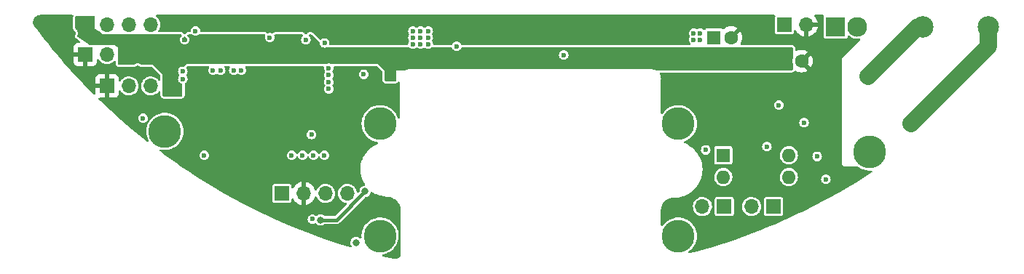
<source format=gbl>
G04 #@! TF.GenerationSoftware,KiCad,Pcbnew,(6.0.8)*
G04 #@! TF.CreationDate,2022-10-23T10:36:42+02:00*
G04 #@! TF.ProjectId,ControlPanelESP,436f6e74-726f-46c5-9061-6e656c455350,rev?*
G04 #@! TF.SameCoordinates,Original*
G04 #@! TF.FileFunction,Copper,L4,Bot*
G04 #@! TF.FilePolarity,Positive*
%FSLAX46Y46*%
G04 Gerber Fmt 4.6, Leading zero omitted, Abs format (unit mm)*
G04 Created by KiCad (PCBNEW (6.0.8)) date 2022-10-23 10:36:42*
%MOMM*%
%LPD*%
G01*
G04 APERTURE LIST*
G04 #@! TA.AperFunction,ComponentPad*
%ADD10R,1.700000X1.700000*%
G04 #@! TD*
G04 #@! TA.AperFunction,ComponentPad*
%ADD11O,1.700000X1.700000*%
G04 #@! TD*
G04 #@! TA.AperFunction,ComponentPad*
%ADD12C,2.000000*%
G04 #@! TD*
G04 #@! TA.AperFunction,ComponentPad*
%ADD13R,1.600000X1.600000*%
G04 #@! TD*
G04 #@! TA.AperFunction,ComponentPad*
%ADD14C,1.600000*%
G04 #@! TD*
G04 #@! TA.AperFunction,ComponentPad*
%ADD15C,3.800000*%
G04 #@! TD*
G04 #@! TA.AperFunction,ComponentPad*
%ADD16O,1.600000X1.600000*%
G04 #@! TD*
G04 #@! TA.AperFunction,ComponentPad*
%ADD17C,2.500000*%
G04 #@! TD*
G04 #@! TA.AperFunction,ComponentPad*
%ADD18R,2.300000X2.300000*%
G04 #@! TD*
G04 #@! TA.AperFunction,ComponentPad*
%ADD19C,2.300000*%
G04 #@! TD*
G04 #@! TA.AperFunction,ViaPad*
%ADD20C,0.600000*%
G04 #@! TD*
G04 #@! TA.AperFunction,ViaPad*
%ADD21C,0.800000*%
G04 #@! TD*
G04 #@! TA.AperFunction,Conductor*
%ADD22C,0.400000*%
G04 #@! TD*
G04 #@! TA.AperFunction,Conductor*
%ADD23C,2.000000*%
G04 #@! TD*
G04 APERTURE END LIST*
D10*
X45720000Y-87426800D03*
D11*
X48260000Y-87426800D03*
X50800000Y-87426800D03*
X53340000Y-87426800D03*
D12*
X139184000Y-91832000D03*
X134184000Y-86332000D03*
D13*
X116265888Y-81788000D03*
D14*
X118265888Y-81788000D03*
D15*
X77470000Y-104902000D03*
X112141000Y-104902000D03*
D10*
X124455000Y-80314800D03*
D11*
X126995000Y-80314800D03*
D13*
X124460000Y-84531200D03*
D14*
X126460000Y-84531200D03*
D15*
X112141000Y-91821000D03*
X134366000Y-95123000D03*
D10*
X43180000Y-83769200D03*
D11*
X45720000Y-83769200D03*
X48260000Y-83769200D03*
D10*
X66050000Y-99949000D03*
D11*
X68590000Y-99949000D03*
X71130000Y-99949000D03*
X73670000Y-99949000D03*
D15*
X77470000Y-91821000D03*
D13*
X117358000Y-95499000D03*
D16*
X117358000Y-98039000D03*
X124978000Y-98039000D03*
X124978000Y-95499000D03*
D10*
X117475000Y-101473000D03*
D11*
X114935000Y-101473000D03*
D17*
X140589000Y-80518000D03*
D18*
X130429000Y-80518000D03*
D19*
X132969000Y-80518000D03*
D17*
X148209000Y-80518000D03*
D10*
X123190000Y-101473000D03*
D11*
X120650000Y-101473000D03*
D15*
X52451000Y-92710000D03*
D10*
X43180000Y-80264000D03*
D11*
X45720000Y-80264000D03*
X48260000Y-80264000D03*
X50800000Y-80264000D03*
D20*
X49911000Y-91186000D03*
D21*
X70538692Y-103034500D03*
D20*
X69596000Y-102934500D03*
X54483000Y-89225811D03*
D21*
X74676000Y-105664000D03*
X75719500Y-99722500D03*
D20*
X78740000Y-86360000D03*
X126746000Y-91694000D03*
X115316000Y-94869000D03*
X128524000Y-82550000D03*
X120015000Y-79502000D03*
X75946000Y-89662000D03*
X131191000Y-83312000D03*
X124079000Y-87884000D03*
X43053000Y-85852000D03*
X54737000Y-82042000D03*
X120777000Y-80264000D03*
X49276000Y-85344000D03*
X124079000Y-87122000D03*
X40894000Y-82169000D03*
X75184000Y-88900000D03*
X41783000Y-81280000D03*
X75184000Y-89662000D03*
X130175000Y-85090000D03*
X128651000Y-80264000D03*
X127762000Y-82550000D03*
X41783000Y-82169000D03*
X120777000Y-79502000D03*
X123317000Y-87122000D03*
X120015000Y-80264000D03*
X128524000Y-83312000D03*
X123317000Y-87884000D03*
X75946000Y-88900000D03*
X40894000Y-81280000D03*
X83058000Y-81026000D03*
X82169000Y-81788000D03*
X81280000Y-81788000D03*
X113919000Y-82042000D03*
X82169000Y-81026000D03*
X83058000Y-81788000D03*
X114681000Y-82042000D03*
X81280000Y-81026000D03*
X83058000Y-82550000D03*
X75565000Y-86068500D03*
X114681000Y-81280000D03*
X81280000Y-82550000D03*
X82169000Y-82550000D03*
X113919000Y-81280000D03*
X71000000Y-82416000D03*
X98806000Y-83820000D03*
X57023000Y-95504000D03*
X86360000Y-82804000D03*
X58039000Y-85598000D03*
X68453000Y-95504000D03*
X58928000Y-85598000D03*
X69723000Y-95504000D03*
X67183000Y-95504000D03*
X54530498Y-86614000D03*
X70993000Y-95504000D03*
X54530498Y-85725000D03*
X122428000Y-94488000D03*
X128270000Y-95631000D03*
X60452000Y-85598000D03*
X71501000Y-86143503D03*
X56007000Y-81026000D03*
X61341000Y-85598000D03*
X71501000Y-85344000D03*
X129286000Y-98298000D03*
X69485000Y-93075000D03*
X71501000Y-86943006D03*
X123825000Y-89662000D03*
X71501000Y-87757000D03*
X68834000Y-82042000D03*
X64643000Y-81788000D03*
D22*
X72407500Y-103034500D02*
X75719500Y-99722500D01*
X70538692Y-103034500D02*
X72407500Y-103034500D01*
D23*
X148209000Y-82807000D02*
X139184000Y-91832000D01*
X148209000Y-80518000D02*
X148209000Y-82807000D01*
X139998000Y-80518000D02*
X134184000Y-86332000D01*
X140589000Y-80518000D02*
X139998000Y-80518000D01*
G04 #@! TA.AperFunction,Conductor*
G36*
X44238931Y-79268002D02*
G01*
X44259905Y-79284905D01*
X44286095Y-79311095D01*
X44320121Y-79373407D01*
X44323000Y-79400190D01*
X44323000Y-80772000D01*
X44404373Y-80830123D01*
X44404373Y-80830124D01*
X44416613Y-80838867D01*
X44416614Y-80838868D01*
X44653380Y-81007986D01*
X44767500Y-81089500D01*
X45212000Y-81407000D01*
X54282498Y-81407000D01*
X54350619Y-81427002D01*
X54397112Y-81480658D01*
X54407216Y-81550932D01*
X54377722Y-81615512D01*
X54359201Y-81632963D01*
X54348075Y-81641500D01*
X54348073Y-81641502D01*
X54341526Y-81646526D01*
X54252645Y-81762358D01*
X54249486Y-81769984D01*
X54249485Y-81769986D01*
X54221554Y-81837418D01*
X54196772Y-81897246D01*
X54195695Y-81905430D01*
X54195694Y-81905432D01*
X54193175Y-81924568D01*
X54177715Y-82042000D01*
X54178793Y-82050188D01*
X54195478Y-82176923D01*
X54196772Y-82186754D01*
X54199931Y-82194380D01*
X54249378Y-82313754D01*
X54252645Y-82321642D01*
X54272322Y-82347285D01*
X54316797Y-82405246D01*
X54341526Y-82437474D01*
X54348076Y-82442500D01*
X54348079Y-82442503D01*
X54423769Y-82500582D01*
X54457357Y-82526355D01*
X54592246Y-82582228D01*
X54737000Y-82601285D01*
X54745188Y-82600207D01*
X54873566Y-82583306D01*
X54881754Y-82582228D01*
X55016643Y-82526355D01*
X55050231Y-82500582D01*
X55125921Y-82442503D01*
X55125924Y-82442500D01*
X55132474Y-82437474D01*
X55157204Y-82405246D01*
X55201678Y-82347285D01*
X55221355Y-82321642D01*
X55224623Y-82313754D01*
X55274069Y-82194380D01*
X55277228Y-82186754D01*
X55278523Y-82176923D01*
X55295207Y-82050188D01*
X55296285Y-82042000D01*
X55280825Y-81924568D01*
X55278306Y-81905432D01*
X55278305Y-81905430D01*
X55277228Y-81897246D01*
X55252446Y-81837418D01*
X55224515Y-81769986D01*
X55224514Y-81769984D01*
X55221355Y-81762358D01*
X55154687Y-81675474D01*
X55137501Y-81653077D01*
X55137500Y-81653076D01*
X55132474Y-81646526D01*
X55114795Y-81632960D01*
X55072930Y-81575625D01*
X55068708Y-81504754D01*
X55103472Y-81442851D01*
X55166185Y-81409570D01*
X55191501Y-81407000D01*
X55549892Y-81407000D01*
X55618013Y-81427002D01*
X55626596Y-81433038D01*
X55727357Y-81510355D01*
X55862246Y-81566228D01*
X56007000Y-81585285D01*
X56015188Y-81584207D01*
X56030517Y-81582189D01*
X56151754Y-81566228D01*
X56286643Y-81510355D01*
X56387403Y-81433038D01*
X56453624Y-81407437D01*
X56464108Y-81407000D01*
X64012056Y-81407000D01*
X64080177Y-81427002D01*
X64126670Y-81480658D01*
X64136774Y-81550932D01*
X64128464Y-81581219D01*
X64105933Y-81635613D01*
X64105932Y-81635618D01*
X64102772Y-81643246D01*
X64101695Y-81651430D01*
X64101694Y-81651432D01*
X64099843Y-81665495D01*
X64083715Y-81788000D01*
X64084793Y-81796188D01*
X64100092Y-81912395D01*
X64102772Y-81932754D01*
X64105931Y-81940380D01*
X64148024Y-82042000D01*
X64158645Y-82067642D01*
X64247526Y-82183474D01*
X64254076Y-82188500D01*
X64254079Y-82188503D01*
X64356804Y-82267327D01*
X64363357Y-82272355D01*
X64498246Y-82328228D01*
X64643000Y-82347285D01*
X64651188Y-82346207D01*
X64779566Y-82329306D01*
X64787754Y-82328228D01*
X64922643Y-82272355D01*
X64929196Y-82267327D01*
X65031921Y-82188503D01*
X65031924Y-82188500D01*
X65038474Y-82183474D01*
X65127355Y-82067642D01*
X65137977Y-82042000D01*
X65180069Y-81940380D01*
X65183228Y-81932754D01*
X65185909Y-81912395D01*
X65201207Y-81796188D01*
X65202285Y-81788000D01*
X65186157Y-81665495D01*
X65184306Y-81651432D01*
X65184305Y-81651430D01*
X65183228Y-81643246D01*
X65180068Y-81635618D01*
X65180067Y-81635613D01*
X65157536Y-81581219D01*
X65149946Y-81510629D01*
X65181725Y-81447142D01*
X65242782Y-81410914D01*
X65273944Y-81407000D01*
X68379498Y-81407000D01*
X68447619Y-81427002D01*
X68494112Y-81480658D01*
X68504216Y-81550932D01*
X68474722Y-81615512D01*
X68456201Y-81632963D01*
X68445075Y-81641500D01*
X68445073Y-81641502D01*
X68438526Y-81646526D01*
X68349645Y-81762358D01*
X68346486Y-81769984D01*
X68346485Y-81769986D01*
X68318554Y-81837418D01*
X68293772Y-81897246D01*
X68292695Y-81905430D01*
X68292694Y-81905432D01*
X68290175Y-81924568D01*
X68274715Y-82042000D01*
X68275793Y-82050188D01*
X68292478Y-82176923D01*
X68293772Y-82186754D01*
X68296931Y-82194380D01*
X68346378Y-82313754D01*
X68349645Y-82321642D01*
X68369322Y-82347285D01*
X68413797Y-82405246D01*
X68438526Y-82437474D01*
X68445076Y-82442500D01*
X68445079Y-82442503D01*
X68520769Y-82500582D01*
X68554357Y-82526355D01*
X68689246Y-82582228D01*
X68834000Y-82601285D01*
X68842188Y-82600207D01*
X68970566Y-82583306D01*
X68978754Y-82582228D01*
X69113643Y-82526355D01*
X69147231Y-82500582D01*
X69222921Y-82442503D01*
X69222924Y-82442500D01*
X69229474Y-82437474D01*
X69254204Y-82405246D01*
X69298678Y-82347285D01*
X69318355Y-82321642D01*
X69321623Y-82313754D01*
X69371069Y-82194380D01*
X69374228Y-82186754D01*
X69375523Y-82176923D01*
X69392207Y-82050188D01*
X69393285Y-82042000D01*
X69377825Y-81924568D01*
X69375306Y-81905432D01*
X69375305Y-81905430D01*
X69374228Y-81897246D01*
X69349446Y-81837418D01*
X69321515Y-81769986D01*
X69321514Y-81769984D01*
X69318355Y-81762358D01*
X69251687Y-81675474D01*
X69234501Y-81653077D01*
X69234500Y-81653076D01*
X69229474Y-81646526D01*
X69211795Y-81632960D01*
X69169930Y-81575625D01*
X69165708Y-81504754D01*
X69200472Y-81442851D01*
X69263185Y-81409570D01*
X69288501Y-81407000D01*
X69343937Y-81407000D01*
X69392154Y-81416591D01*
X69516558Y-81468121D01*
X69557434Y-81495434D01*
X70404888Y-82342888D01*
X70438914Y-82405200D01*
X70440084Y-82416083D01*
X70440715Y-82416000D01*
X70459772Y-82560754D01*
X70476114Y-82600207D01*
X70508945Y-82679466D01*
X70515645Y-82695642D01*
X70604526Y-82811474D01*
X70611076Y-82816500D01*
X70611079Y-82816503D01*
X70713804Y-82895327D01*
X70720357Y-82900355D01*
X70855246Y-82956228D01*
X71000000Y-82975285D01*
X71008188Y-82974207D01*
X71136566Y-82957306D01*
X71144754Y-82956228D01*
X71182505Y-82940591D01*
X71230723Y-82931000D01*
X80822892Y-82931000D01*
X80891013Y-82951002D01*
X80899596Y-82957038D01*
X80913758Y-82967905D01*
X81000357Y-83034355D01*
X81135246Y-83090228D01*
X81280000Y-83109285D01*
X81288188Y-83108207D01*
X81416566Y-83091306D01*
X81424754Y-83090228D01*
X81559643Y-83034355D01*
X81647798Y-82966711D01*
X81714016Y-82941111D01*
X81783564Y-82955375D01*
X81801197Y-82966707D01*
X81889357Y-83034355D01*
X82024246Y-83090228D01*
X82169000Y-83109285D01*
X82177188Y-83108207D01*
X82305566Y-83091306D01*
X82313754Y-83090228D01*
X82448643Y-83034355D01*
X82536798Y-82966711D01*
X82603016Y-82941111D01*
X82672564Y-82955375D01*
X82690197Y-82966707D01*
X82778357Y-83034355D01*
X82913246Y-83090228D01*
X83058000Y-83109285D01*
X83066188Y-83108207D01*
X83194566Y-83091306D01*
X83202754Y-83090228D01*
X83337643Y-83034355D01*
X83424242Y-82967905D01*
X83438404Y-82957038D01*
X83504624Y-82931437D01*
X83515108Y-82931000D01*
X85728227Y-82931000D01*
X85796348Y-82951002D01*
X85844636Y-83008781D01*
X85855229Y-83034355D01*
X85875645Y-83083642D01*
X85964526Y-83199474D01*
X85971076Y-83204500D01*
X85971079Y-83204503D01*
X86073804Y-83283327D01*
X86080357Y-83288355D01*
X86215246Y-83344228D01*
X86360000Y-83363285D01*
X86368188Y-83362207D01*
X86496566Y-83345306D01*
X86504754Y-83344228D01*
X86639643Y-83288355D01*
X86646196Y-83283327D01*
X86748921Y-83204503D01*
X86748924Y-83204500D01*
X86755474Y-83199474D01*
X86844355Y-83083642D01*
X86864771Y-83034355D01*
X86875364Y-83008781D01*
X86919913Y-82953501D01*
X86991773Y-82931000D01*
X125323810Y-82931000D01*
X125391931Y-82951002D01*
X125412905Y-82967905D01*
X125439095Y-82994095D01*
X125473121Y-83056407D01*
X125476000Y-83083190D01*
X125476000Y-84126056D01*
X125470102Y-84164154D01*
X125423553Y-84310896D01*
X125422867Y-84317013D01*
X125422866Y-84317017D01*
X125415882Y-84379285D01*
X125400501Y-84516406D01*
X125417806Y-84722478D01*
X125459804Y-84868942D01*
X125471119Y-84908404D01*
X125476000Y-84943134D01*
X125476000Y-85445810D01*
X125455998Y-85513931D01*
X125439095Y-85534905D01*
X125412905Y-85561095D01*
X125350593Y-85595121D01*
X125323810Y-85598000D01*
X109520867Y-85598000D01*
X109467617Y-85586195D01*
X109363576Y-85537680D01*
X109363575Y-85537680D01*
X109358594Y-85535357D01*
X109353286Y-85533935D01*
X109353284Y-85533934D01*
X109234775Y-85502180D01*
X109165325Y-85483571D01*
X108971547Y-85466617D01*
X108966000Y-85465514D01*
X108953834Y-85467934D01*
X108953833Y-85467934D01*
X108953648Y-85467971D01*
X108953103Y-85468079D01*
X108928524Y-85470500D01*
X80936476Y-85470500D01*
X80911897Y-85468079D01*
X80911352Y-85467971D01*
X80911167Y-85467934D01*
X80911166Y-85467934D01*
X80899000Y-85465514D01*
X80893453Y-85466617D01*
X80699675Y-85483571D01*
X80630225Y-85502180D01*
X80511716Y-85533934D01*
X80511714Y-85533935D01*
X80506406Y-85535357D01*
X80501425Y-85537680D01*
X80501424Y-85537680D01*
X80397383Y-85586195D01*
X80344133Y-85598000D01*
X79375000Y-85598000D01*
X79375000Y-86715810D01*
X79354998Y-86783931D01*
X79338095Y-86804905D01*
X79311905Y-86831095D01*
X79249593Y-86865121D01*
X79222810Y-86868000D01*
X78130190Y-86868000D01*
X78062069Y-86847998D01*
X78041095Y-86831095D01*
X78014905Y-86804905D01*
X77980879Y-86742593D01*
X77978000Y-86715810D01*
X77978000Y-85598000D01*
X77216000Y-84836000D01*
X71748622Y-84836000D01*
X71700406Y-84826410D01*
X71645754Y-84803772D01*
X71501000Y-84784715D01*
X71492812Y-84785793D01*
X71364432Y-84802694D01*
X71364430Y-84802695D01*
X71356246Y-84803772D01*
X71339255Y-84810810D01*
X71301596Y-84826409D01*
X71253377Y-84836000D01*
X54991000Y-84836000D01*
X54690007Y-85136993D01*
X54627695Y-85171019D01*
X54584466Y-85172820D01*
X54538686Y-85166793D01*
X54530498Y-85165715D01*
X54522310Y-85166793D01*
X54393930Y-85183694D01*
X54393928Y-85183695D01*
X54385744Y-85184772D01*
X54337928Y-85204578D01*
X54258484Y-85237485D01*
X54258482Y-85237486D01*
X54250856Y-85240645D01*
X54135024Y-85329526D01*
X54046143Y-85445358D01*
X54042984Y-85452984D01*
X54042983Y-85452986D01*
X54022606Y-85502180D01*
X53990270Y-85580246D01*
X53989193Y-85588430D01*
X53989192Y-85588432D01*
X53986517Y-85608752D01*
X53971213Y-85725000D01*
X53972291Y-85733188D01*
X53987933Y-85852000D01*
X53990270Y-85869754D01*
X54004159Y-85903285D01*
X54042876Y-85996754D01*
X54046143Y-86004642D01*
X54051171Y-86011195D01*
X54051173Y-86011198D01*
X54113785Y-86092796D01*
X54139386Y-86159016D01*
X54125121Y-86228565D01*
X54113785Y-86246204D01*
X54051173Y-86327802D01*
X54051171Y-86327805D01*
X54046143Y-86334358D01*
X54042984Y-86341984D01*
X54042983Y-86341986D01*
X54014278Y-86411285D01*
X53990270Y-86469246D01*
X53989193Y-86477430D01*
X53989192Y-86477432D01*
X53979410Y-86551734D01*
X53971213Y-86614000D01*
X53990270Y-86758754D01*
X53993429Y-86766380D01*
X54035522Y-86868000D01*
X54046143Y-86893642D01*
X54051170Y-86900193D01*
X54129531Y-87002315D01*
X54135024Y-87009474D01*
X54141574Y-87014500D01*
X54141577Y-87014503D01*
X54237047Y-87087760D01*
X54250855Y-87098355D01*
X54385744Y-87154228D01*
X54390844Y-87154899D01*
X54450234Y-87191100D01*
X54481255Y-87254960D01*
X54483000Y-87275855D01*
X54483000Y-88493810D01*
X54462998Y-88561931D01*
X54446095Y-88582905D01*
X54419905Y-88609095D01*
X54357593Y-88643121D01*
X54330810Y-88646000D01*
X52349190Y-88646000D01*
X52281069Y-88625998D01*
X52260095Y-88609095D01*
X52233905Y-88582905D01*
X52199879Y-88520593D01*
X52197000Y-88493810D01*
X52197000Y-86106000D01*
X51054000Y-84963000D01*
X49733108Y-84963000D01*
X49664987Y-84942998D01*
X49656404Y-84936962D01*
X49608110Y-84899905D01*
X49555643Y-84859645D01*
X49420754Y-84803772D01*
X49276000Y-84784715D01*
X49267812Y-84785793D01*
X49139432Y-84802694D01*
X49139430Y-84802695D01*
X49131246Y-84803772D01*
X49114255Y-84810810D01*
X49003986Y-84856485D01*
X49003984Y-84856486D01*
X48996358Y-84859645D01*
X48978041Y-84873700D01*
X48895595Y-84936963D01*
X48829375Y-84962563D01*
X48818891Y-84963000D01*
X47142190Y-84963000D01*
X47074069Y-84942998D01*
X47053095Y-84926095D01*
X47026905Y-84899905D01*
X46992879Y-84837593D01*
X46990000Y-84810810D01*
X46990000Y-83820000D01*
X98246715Y-83820000D01*
X98247793Y-83828188D01*
X98261534Y-83932560D01*
X98265772Y-83964754D01*
X98321645Y-84099642D01*
X98410526Y-84215474D01*
X98417076Y-84220500D01*
X98417079Y-84220503D01*
X98519804Y-84299327D01*
X98526357Y-84304355D01*
X98661246Y-84360228D01*
X98806000Y-84379285D01*
X98814188Y-84378207D01*
X98942566Y-84361306D01*
X98950754Y-84360228D01*
X99085643Y-84304355D01*
X99092196Y-84299327D01*
X99194921Y-84220503D01*
X99194924Y-84220500D01*
X99201474Y-84215474D01*
X99290355Y-84099642D01*
X99346228Y-83964754D01*
X99350467Y-83932560D01*
X99364207Y-83828188D01*
X99365285Y-83820000D01*
X99346228Y-83675246D01*
X99290355Y-83540358D01*
X99201474Y-83424526D01*
X99194924Y-83419500D01*
X99194921Y-83419497D01*
X99092196Y-83340673D01*
X99092194Y-83340672D01*
X99085643Y-83335645D01*
X98950754Y-83279772D01*
X98806000Y-83260715D01*
X98797812Y-83261793D01*
X98669432Y-83278694D01*
X98669430Y-83278695D01*
X98661246Y-83279772D01*
X98652664Y-83283327D01*
X98533986Y-83332485D01*
X98533984Y-83332486D01*
X98526358Y-83335645D01*
X98410526Y-83424526D01*
X98321645Y-83540358D01*
X98265772Y-83675246D01*
X98246715Y-83820000D01*
X46990000Y-83820000D01*
X46990000Y-82931000D01*
X46609000Y-82677000D01*
X45903436Y-82677000D01*
X45878855Y-82674579D01*
X45841613Y-82667171D01*
X45841610Y-82667171D01*
X45835946Y-82666044D01*
X45830171Y-82665968D01*
X45830167Y-82665968D01*
X45728793Y-82664641D01*
X45632971Y-82663387D01*
X45627274Y-82664366D01*
X45627273Y-82664366D01*
X45599502Y-82669138D01*
X45564340Y-82675180D01*
X45543003Y-82677000D01*
X44129314Y-82677000D01*
X44104733Y-82674579D01*
X44061135Y-82665907D01*
X44055067Y-82664700D01*
X43767848Y-82664700D01*
X43730280Y-82658969D01*
X43624127Y-82625810D01*
X43589978Y-82609138D01*
X42306699Y-81720715D01*
X42262076Y-81665495D01*
X42254391Y-81594915D01*
X42267214Y-81559826D01*
X42267355Y-81559642D01*
X42323228Y-81424754D01*
X42324573Y-81414542D01*
X42341207Y-81288188D01*
X42342285Y-81280000D01*
X42323228Y-81135246D01*
X42280024Y-81030943D01*
X42270515Y-81007986D01*
X42270514Y-81007984D01*
X42267355Y-81000358D01*
X42212935Y-80929436D01*
X42183501Y-80891077D01*
X42183500Y-80891076D01*
X42178474Y-80884526D01*
X42171924Y-80879500D01*
X42171921Y-80879497D01*
X42110529Y-80832390D01*
X42086296Y-80813794D01*
X42044429Y-80756457D01*
X42037000Y-80713833D01*
X42037000Y-79400190D01*
X42057002Y-79332069D01*
X42073905Y-79311095D01*
X42100095Y-79284905D01*
X42162407Y-79250879D01*
X42189190Y-79248000D01*
X44170810Y-79248000D01*
X44238931Y-79268002D01*
G37*
G04 #@! TD.AperFunction*
G04 #@! TA.AperFunction,Conductor*
G36*
X41740849Y-79166413D02*
G01*
X41787349Y-79220063D01*
X41797462Y-79290336D01*
X41793640Y-79307909D01*
X41788011Y-79327081D01*
X41784842Y-79349122D01*
X41779830Y-79383987D01*
X41777500Y-79400190D01*
X41777500Y-80713833D01*
X41777735Y-80716546D01*
X41777735Y-80716554D01*
X41781075Y-80755162D01*
X41781354Y-80758390D01*
X41788783Y-80801014D01*
X41788992Y-80802016D01*
X41788992Y-80802018D01*
X41789194Y-80802986D01*
X41792244Y-80817638D01*
X41834853Y-80909487D01*
X41876720Y-80966824D01*
X41928321Y-81019668D01*
X41931888Y-81022405D01*
X41931889Y-81022406D01*
X41980236Y-81059505D01*
X42003495Y-81082764D01*
X42030585Y-81118069D01*
X42047031Y-81146554D01*
X42064059Y-81187663D01*
X42072572Y-81219433D01*
X42077807Y-81259189D01*
X42078381Y-81263552D01*
X42078381Y-81296445D01*
X42076052Y-81314136D01*
X42072572Y-81340567D01*
X42064059Y-81372337D01*
X42029231Y-81456418D01*
X42027609Y-81460335D01*
X42027445Y-81460267D01*
X42025670Y-81466763D01*
X42023479Y-81470755D01*
X42021840Y-81475239D01*
X42021839Y-81475242D01*
X42017468Y-81487204D01*
X42010656Y-81505844D01*
X42005304Y-81522143D01*
X41996416Y-81623004D01*
X41997085Y-81629148D01*
X41997085Y-81629151D01*
X42003371Y-81686877D01*
X42004101Y-81693584D01*
X42013187Y-81738943D01*
X42017373Y-81746919D01*
X42055889Y-81820307D01*
X42060240Y-81828598D01*
X42104863Y-81883818D01*
X42158989Y-81934074D01*
X42162694Y-81936639D01*
X42516534Y-82181605D01*
X42561157Y-82236825D01*
X42568842Y-82307405D01*
X42537149Y-82370935D01*
X42476140Y-82407245D01*
X42444814Y-82411201D01*
X42285331Y-82411201D01*
X42278510Y-82411571D01*
X42227648Y-82417095D01*
X42212396Y-82420721D01*
X42091946Y-82465876D01*
X42076351Y-82474414D01*
X41974276Y-82550915D01*
X41961715Y-82563476D01*
X41885214Y-82665551D01*
X41876676Y-82681146D01*
X41831522Y-82801594D01*
X41827895Y-82816849D01*
X41822369Y-82867714D01*
X41822000Y-82874528D01*
X41822000Y-83497085D01*
X41826475Y-83512324D01*
X41827865Y-83513529D01*
X41835548Y-83515200D01*
X43308000Y-83515200D01*
X43376121Y-83535202D01*
X43422614Y-83588858D01*
X43434000Y-83641200D01*
X43434000Y-85109084D01*
X43438475Y-85124323D01*
X43439865Y-85125528D01*
X43447548Y-85127199D01*
X44074669Y-85127199D01*
X44081490Y-85126829D01*
X44132352Y-85121305D01*
X44147604Y-85117679D01*
X44268054Y-85072524D01*
X44283649Y-85063986D01*
X44385724Y-84987485D01*
X44398285Y-84974924D01*
X44474786Y-84872849D01*
X44483324Y-84857254D01*
X44528478Y-84736806D01*
X44532105Y-84721551D01*
X44537631Y-84670686D01*
X44538000Y-84663872D01*
X44538000Y-84407176D01*
X44558002Y-84339055D01*
X44611658Y-84292562D01*
X44681932Y-84282458D01*
X44746512Y-84311952D01*
X44766895Y-84334454D01*
X44876533Y-84489589D01*
X44880675Y-84493624D01*
X44933435Y-84545020D01*
X45021938Y-84631235D01*
X45026742Y-84634445D01*
X45080980Y-84670686D01*
X45190720Y-84744012D01*
X45196023Y-84746290D01*
X45196026Y-84746292D01*
X45284707Y-84784392D01*
X45377228Y-84824142D01*
X45433456Y-84836865D01*
X45569579Y-84867667D01*
X45569584Y-84867668D01*
X45575216Y-84868942D01*
X45580987Y-84869169D01*
X45580989Y-84869169D01*
X45633649Y-84871238D01*
X45778053Y-84876912D01*
X45878499Y-84862348D01*
X45973231Y-84848613D01*
X45973236Y-84848612D01*
X45978945Y-84847784D01*
X45984409Y-84845929D01*
X45984414Y-84845928D01*
X46165693Y-84784392D01*
X46165698Y-84784390D01*
X46171165Y-84782534D01*
X46348276Y-84683347D01*
X46363495Y-84670690D01*
X46499913Y-84557231D01*
X46504345Y-84553545D01*
X46508031Y-84549113D01*
X46512124Y-84545020D01*
X46513057Y-84545953D01*
X46566563Y-84510017D01*
X46637545Y-84508580D01*
X46698036Y-84545748D01*
X46728829Y-84609719D01*
X46730500Y-84630170D01*
X46730500Y-84810810D01*
X46730589Y-84812465D01*
X46730589Y-84812477D01*
X46731848Y-84835978D01*
X46731986Y-84838545D01*
X46732166Y-84840222D01*
X46732167Y-84840231D01*
X46732979Y-84847784D01*
X46734865Y-84865328D01*
X46765123Y-84961961D01*
X46768085Y-84967385D01*
X46768087Y-84967390D01*
X46796993Y-85020325D01*
X46799149Y-85024273D01*
X46801844Y-85027873D01*
X46840714Y-85079797D01*
X46840718Y-85079801D01*
X46843411Y-85083399D01*
X46869601Y-85109589D01*
X46870857Y-85110717D01*
X46870862Y-85110722D01*
X46876183Y-85115502D01*
X46890260Y-85128147D01*
X46911234Y-85145050D01*
X46959577Y-85170339D01*
X46983228Y-85182711D01*
X47000960Y-85191987D01*
X47006901Y-85193731D01*
X47006900Y-85193731D01*
X47064758Y-85210720D01*
X47064762Y-85210721D01*
X47069081Y-85211989D01*
X47073529Y-85212629D01*
X47073536Y-85212630D01*
X47137742Y-85221861D01*
X47137749Y-85221861D01*
X47142190Y-85222500D01*
X48818891Y-85222500D01*
X48829698Y-85222275D01*
X48830363Y-85222247D01*
X48830372Y-85222247D01*
X48835032Y-85222053D01*
X48835036Y-85222052D01*
X48840182Y-85221838D01*
X48922946Y-85204606D01*
X48989166Y-85179006D01*
X49053568Y-85142838D01*
X49114068Y-85096414D01*
X49142551Y-85079970D01*
X49183663Y-85062941D01*
X49215433Y-85054428D01*
X49222596Y-85053485D01*
X49259555Y-85048619D01*
X49292446Y-85048619D01*
X49325541Y-85052976D01*
X49336563Y-85054427D01*
X49368335Y-85062941D01*
X49391471Y-85072524D01*
X49409447Y-85079970D01*
X49437930Y-85096415D01*
X49497917Y-85142444D01*
X49497955Y-85142473D01*
X49498430Y-85142837D01*
X49507128Y-85149228D01*
X49515711Y-85155264D01*
X49549739Y-85171670D01*
X49587231Y-85189747D01*
X49587236Y-85189749D01*
X49591878Y-85191987D01*
X49627771Y-85202526D01*
X49655676Y-85210720D01*
X49655680Y-85210721D01*
X49659999Y-85211989D01*
X49664447Y-85212629D01*
X49664454Y-85212630D01*
X49728660Y-85221861D01*
X49728667Y-85221861D01*
X49733108Y-85222500D01*
X50894322Y-85222500D01*
X50962443Y-85242502D01*
X50983417Y-85259405D01*
X51900595Y-86176583D01*
X51934621Y-86238895D01*
X51937500Y-86265678D01*
X51937500Y-86724655D01*
X51917498Y-86792776D01*
X51863842Y-86839269D01*
X51793568Y-86849373D01*
X51728988Y-86819879D01*
X51710542Y-86800044D01*
X51685404Y-86766380D01*
X51624320Y-86684579D01*
X51475258Y-86546787D01*
X51470375Y-86543706D01*
X51470371Y-86543703D01*
X51308464Y-86441548D01*
X51303581Y-86438467D01*
X51115039Y-86363246D01*
X51109379Y-86362120D01*
X51109375Y-86362119D01*
X50921613Y-86324771D01*
X50921610Y-86324771D01*
X50915946Y-86323644D01*
X50910171Y-86323568D01*
X50910167Y-86323568D01*
X50808793Y-86322241D01*
X50712971Y-86320987D01*
X50707274Y-86321966D01*
X50707273Y-86321966D01*
X50554939Y-86348142D01*
X50512910Y-86355364D01*
X50322463Y-86425624D01*
X50148010Y-86529412D01*
X50143670Y-86533218D01*
X50143666Y-86533221D01*
X50022973Y-86639067D01*
X49995392Y-86663255D01*
X49869720Y-86822669D01*
X49867031Y-86827780D01*
X49867029Y-86827783D01*
X49843560Y-86872390D01*
X49775203Y-87002315D01*
X49715007Y-87196178D01*
X49691148Y-87397764D01*
X49704424Y-87600322D01*
X49705845Y-87605918D01*
X49705846Y-87605923D01*
X49742136Y-87748812D01*
X49754392Y-87797069D01*
X49756809Y-87802312D01*
X49794010Y-87883008D01*
X49839377Y-87981416D01*
X49842710Y-87986132D01*
X49947883Y-88134949D01*
X49956533Y-88147189D01*
X50101938Y-88288835D01*
X50106742Y-88292045D01*
X50160980Y-88328286D01*
X50270720Y-88401612D01*
X50276023Y-88403890D01*
X50276026Y-88403892D01*
X50364707Y-88441992D01*
X50457228Y-88481742D01*
X50510561Y-88493810D01*
X50649579Y-88525267D01*
X50649584Y-88525268D01*
X50655216Y-88526542D01*
X50660987Y-88526769D01*
X50660989Y-88526769D01*
X50720756Y-88529117D01*
X50858053Y-88534512D01*
X50959071Y-88519865D01*
X51053231Y-88506213D01*
X51053236Y-88506212D01*
X51058945Y-88505384D01*
X51064409Y-88503529D01*
X51064414Y-88503528D01*
X51245693Y-88441992D01*
X51245698Y-88441990D01*
X51251165Y-88440134D01*
X51428276Y-88340947D01*
X51443500Y-88328286D01*
X51579913Y-88214831D01*
X51584345Y-88211145D01*
X51714147Y-88055076D01*
X51716109Y-88056708D01*
X51762724Y-88018773D01*
X51833277Y-88010845D01*
X51896916Y-88042320D01*
X51933435Y-88103203D01*
X51937500Y-88134949D01*
X51937500Y-88493810D01*
X51937589Y-88495465D01*
X51937589Y-88495477D01*
X51938848Y-88518978D01*
X51938986Y-88521545D01*
X51939166Y-88523222D01*
X51939167Y-88523231D01*
X51939943Y-88530449D01*
X51941865Y-88548328D01*
X51949040Y-88571242D01*
X51969017Y-88635040D01*
X51972123Y-88644961D01*
X51975085Y-88650385D01*
X51975087Y-88650390D01*
X52003993Y-88703325D01*
X52006149Y-88707273D01*
X52008844Y-88710873D01*
X52047714Y-88762797D01*
X52047718Y-88762801D01*
X52050411Y-88766399D01*
X52076601Y-88792589D01*
X52097260Y-88811147D01*
X52118234Y-88828050D01*
X52207960Y-88874987D01*
X52213901Y-88876731D01*
X52213900Y-88876731D01*
X52271758Y-88893720D01*
X52271762Y-88893721D01*
X52276081Y-88894989D01*
X52280529Y-88895629D01*
X52280536Y-88895630D01*
X52344742Y-88904861D01*
X52344749Y-88904861D01*
X52349190Y-88905500D01*
X54330810Y-88905500D01*
X54332465Y-88905411D01*
X54332477Y-88905411D01*
X54356865Y-88904104D01*
X54358545Y-88904014D01*
X54360222Y-88903834D01*
X54360231Y-88903833D01*
X54379170Y-88901797D01*
X54379171Y-88901797D01*
X54385328Y-88901135D01*
X54440355Y-88883905D01*
X54476057Y-88872726D01*
X54476060Y-88872725D01*
X54481961Y-88870877D01*
X54487385Y-88867915D01*
X54487390Y-88867913D01*
X54540325Y-88839007D01*
X54540327Y-88839006D01*
X54544273Y-88836851D01*
X54580121Y-88810015D01*
X54599797Y-88795286D01*
X54599801Y-88795282D01*
X54603399Y-88792589D01*
X54629589Y-88766399D01*
X54648147Y-88745740D01*
X54665050Y-88724766D01*
X54703957Y-88650390D01*
X54709119Y-88640523D01*
X54709120Y-88640521D01*
X54711987Y-88635040D01*
X54731989Y-88566919D01*
X54733813Y-88554238D01*
X54741861Y-88498258D01*
X54741861Y-88498251D01*
X54742500Y-88493810D01*
X54742500Y-87275855D01*
X54741600Y-87254259D01*
X54739855Y-87233364D01*
X54739562Y-87232296D01*
X54747192Y-87163257D01*
X54791904Y-87108109D01*
X54800454Y-87102704D01*
X54802516Y-87101513D01*
X54810141Y-87098355D01*
X54834617Y-87079574D01*
X54919419Y-87014503D01*
X54919422Y-87014500D01*
X54925972Y-87009474D01*
X54931466Y-87002315D01*
X54981908Y-86936577D01*
X55014853Y-86893642D01*
X55028351Y-86861057D01*
X55067567Y-86766380D01*
X55070726Y-86758754D01*
X55072507Y-86745231D01*
X55088705Y-86622188D01*
X55089783Y-86614000D01*
X55081071Y-86547827D01*
X55071804Y-86477432D01*
X55071803Y-86477430D01*
X55070726Y-86469246D01*
X55050395Y-86420163D01*
X55018013Y-86341986D01*
X55018012Y-86341984D01*
X55014853Y-86334358D01*
X55009825Y-86327805D01*
X55009823Y-86327802D01*
X54947211Y-86246204D01*
X54921610Y-86179984D01*
X54935875Y-86110435D01*
X54947211Y-86092796D01*
X55009823Y-86011198D01*
X55009825Y-86011195D01*
X55014853Y-86004642D01*
X55021287Y-85989111D01*
X55064745Y-85884193D01*
X55070726Y-85869754D01*
X55072340Y-85857500D01*
X55088705Y-85733188D01*
X55089783Y-85725000D01*
X55085853Y-85695149D01*
X55071804Y-85588432D01*
X55071803Y-85588430D01*
X55070726Y-85580246D01*
X55035987Y-85496380D01*
X55018013Y-85452986D01*
X55018012Y-85452984D01*
X55014853Y-85445358D01*
X54966533Y-85382386D01*
X54940933Y-85316165D01*
X54955198Y-85246617D01*
X54977401Y-85216587D01*
X55061583Y-85132405D01*
X55123895Y-85098379D01*
X55150678Y-85095500D01*
X57470147Y-85095500D01*
X57538268Y-85115502D01*
X57584761Y-85169158D01*
X57594865Y-85239432D01*
X57570109Y-85298205D01*
X57559672Y-85311806D01*
X57559670Y-85311809D01*
X57554645Y-85318358D01*
X57551486Y-85325984D01*
X57551485Y-85325986D01*
X57540632Y-85352188D01*
X57498772Y-85453246D01*
X57497695Y-85461430D01*
X57497694Y-85461432D01*
X57491262Y-85510293D01*
X57479715Y-85598000D01*
X57480793Y-85606188D01*
X57497513Y-85733188D01*
X57498772Y-85742754D01*
X57501931Y-85750380D01*
X57551378Y-85869754D01*
X57554645Y-85877642D01*
X57643526Y-85993474D01*
X57650076Y-85998500D01*
X57650079Y-85998503D01*
X57752804Y-86077327D01*
X57759357Y-86082355D01*
X57894246Y-86138228D01*
X57902434Y-86139306D01*
X57959411Y-86146807D01*
X58039000Y-86157285D01*
X58047188Y-86156207D01*
X58175566Y-86139306D01*
X58183754Y-86138228D01*
X58318643Y-86082355D01*
X58406798Y-86014711D01*
X58473016Y-85989111D01*
X58542564Y-86003375D01*
X58560197Y-86014707D01*
X58648357Y-86082355D01*
X58783246Y-86138228D01*
X58791434Y-86139306D01*
X58848411Y-86146807D01*
X58928000Y-86157285D01*
X58936188Y-86156207D01*
X59064566Y-86139306D01*
X59072754Y-86138228D01*
X59207643Y-86082355D01*
X59214196Y-86077327D01*
X59316921Y-85998503D01*
X59316924Y-85998500D01*
X59323474Y-85993474D01*
X59412355Y-85877642D01*
X59415623Y-85869754D01*
X59465069Y-85750380D01*
X59468228Y-85742754D01*
X59469488Y-85733188D01*
X59486207Y-85606188D01*
X59487285Y-85598000D01*
X59475738Y-85510293D01*
X59469306Y-85461432D01*
X59469305Y-85461430D01*
X59468228Y-85453246D01*
X59426368Y-85352188D01*
X59415515Y-85325986D01*
X59415514Y-85325984D01*
X59412355Y-85318358D01*
X59407330Y-85311809D01*
X59407328Y-85311806D01*
X59396891Y-85298205D01*
X59371290Y-85231985D01*
X59385554Y-85162436D01*
X59435155Y-85111639D01*
X59496853Y-85095500D01*
X59883147Y-85095500D01*
X59951268Y-85115502D01*
X59997761Y-85169158D01*
X60007865Y-85239432D01*
X59983109Y-85298205D01*
X59972672Y-85311806D01*
X59972670Y-85311809D01*
X59967645Y-85318358D01*
X59964486Y-85325984D01*
X59964485Y-85325986D01*
X59953632Y-85352188D01*
X59911772Y-85453246D01*
X59910695Y-85461430D01*
X59910694Y-85461432D01*
X59904262Y-85510293D01*
X59892715Y-85598000D01*
X59893793Y-85606188D01*
X59910513Y-85733188D01*
X59911772Y-85742754D01*
X59914931Y-85750380D01*
X59964378Y-85869754D01*
X59967645Y-85877642D01*
X60056526Y-85993474D01*
X60063076Y-85998500D01*
X60063079Y-85998503D01*
X60165804Y-86077327D01*
X60172357Y-86082355D01*
X60307246Y-86138228D01*
X60315434Y-86139306D01*
X60372411Y-86146807D01*
X60452000Y-86157285D01*
X60460188Y-86156207D01*
X60588566Y-86139306D01*
X60596754Y-86138228D01*
X60731643Y-86082355D01*
X60819798Y-86014711D01*
X60886016Y-85989111D01*
X60955564Y-86003375D01*
X60973197Y-86014707D01*
X61061357Y-86082355D01*
X61196246Y-86138228D01*
X61204434Y-86139306D01*
X61261411Y-86146807D01*
X61341000Y-86157285D01*
X61349188Y-86156207D01*
X61477566Y-86139306D01*
X61485754Y-86138228D01*
X61620643Y-86082355D01*
X61627196Y-86077327D01*
X61729921Y-85998503D01*
X61729924Y-85998500D01*
X61736474Y-85993474D01*
X61825355Y-85877642D01*
X61828623Y-85869754D01*
X61878069Y-85750380D01*
X61881228Y-85742754D01*
X61882488Y-85733188D01*
X61899207Y-85606188D01*
X61900285Y-85598000D01*
X61888738Y-85510293D01*
X61882306Y-85461432D01*
X61882305Y-85461430D01*
X61881228Y-85453246D01*
X61839368Y-85352188D01*
X61828515Y-85325986D01*
X61828514Y-85325984D01*
X61825355Y-85318358D01*
X61820330Y-85311809D01*
X61820328Y-85311806D01*
X61809891Y-85298205D01*
X61784290Y-85231985D01*
X61798554Y-85162436D01*
X61848155Y-85111639D01*
X61909853Y-85095500D01*
X70830755Y-85095500D01*
X70898876Y-85115502D01*
X70945369Y-85169158D01*
X70955677Y-85237946D01*
X70953734Y-85252707D01*
X70941715Y-85344000D01*
X70960772Y-85488754D01*
X70963931Y-85496380D01*
X71006024Y-85598000D01*
X71016645Y-85623642D01*
X71021673Y-85630195D01*
X71021675Y-85630198D01*
X71049950Y-85667047D01*
X71075551Y-85733267D01*
X71061286Y-85802816D01*
X71049951Y-85820454D01*
X71021674Y-85857306D01*
X71021671Y-85857310D01*
X71016645Y-85863861D01*
X71013486Y-85871487D01*
X71013485Y-85871489D01*
X70989422Y-85929582D01*
X70960772Y-85998749D01*
X70959695Y-86006933D01*
X70959694Y-86006935D01*
X70950774Y-86074695D01*
X70941715Y-86143503D01*
X70943529Y-86157285D01*
X70955236Y-86246204D01*
X70960772Y-86288257D01*
X70963931Y-86295883D01*
X71013137Y-86414675D01*
X71016645Y-86423145D01*
X71021671Y-86429696D01*
X71021674Y-86429700D01*
X71049951Y-86466552D01*
X71075551Y-86532772D01*
X71061286Y-86602321D01*
X71049950Y-86619959D01*
X71021675Y-86656808D01*
X71021673Y-86656811D01*
X71016645Y-86663364D01*
X71013486Y-86670990D01*
X71013485Y-86670992D01*
X70995616Y-86714132D01*
X70960772Y-86798252D01*
X70959695Y-86806436D01*
X70959694Y-86806438D01*
X70952504Y-86861057D01*
X70941715Y-86943006D01*
X70942793Y-86951194D01*
X70956699Y-87056819D01*
X70960772Y-87087760D01*
X70976655Y-87126104D01*
X71005681Y-87196178D01*
X71016645Y-87222648D01*
X71021673Y-87229201D01*
X71021675Y-87229204D01*
X71055510Y-87273299D01*
X71081111Y-87339519D01*
X71066846Y-87409068D01*
X71055510Y-87426707D01*
X71021675Y-87470802D01*
X71021673Y-87470805D01*
X71016645Y-87477358D01*
X71013486Y-87484984D01*
X71013485Y-87484986D01*
X70980578Y-87564430D01*
X70960772Y-87612246D01*
X70941715Y-87757000D01*
X70960772Y-87901754D01*
X70963931Y-87909380D01*
X71011773Y-88024879D01*
X71016645Y-88036642D01*
X71038233Y-88064776D01*
X71092079Y-88134949D01*
X71105526Y-88152474D01*
X71112076Y-88157500D01*
X71112079Y-88157503D01*
X71214804Y-88236327D01*
X71221357Y-88241355D01*
X71356246Y-88297228D01*
X71501000Y-88316285D01*
X71509188Y-88315207D01*
X71637566Y-88298306D01*
X71645754Y-88297228D01*
X71780643Y-88241355D01*
X71787196Y-88236327D01*
X71889921Y-88157503D01*
X71889924Y-88157500D01*
X71896474Y-88152474D01*
X71909922Y-88134949D01*
X71963767Y-88064776D01*
X71985355Y-88036642D01*
X71990228Y-88024879D01*
X72038069Y-87909380D01*
X72041228Y-87901754D01*
X72060285Y-87757000D01*
X72041228Y-87612246D01*
X72021422Y-87564430D01*
X71988515Y-87484986D01*
X71988514Y-87484984D01*
X71985355Y-87477358D01*
X71980327Y-87470805D01*
X71980325Y-87470802D01*
X71946490Y-87426707D01*
X71920889Y-87360487D01*
X71935154Y-87290938D01*
X71946490Y-87273299D01*
X71980325Y-87229204D01*
X71980327Y-87229201D01*
X71985355Y-87222648D01*
X71996320Y-87196178D01*
X72025345Y-87126104D01*
X72041228Y-87087760D01*
X72045302Y-87056819D01*
X72059207Y-86951194D01*
X72060285Y-86943006D01*
X72049496Y-86861057D01*
X72042306Y-86806438D01*
X72042305Y-86806436D01*
X72041228Y-86798252D01*
X72006384Y-86714132D01*
X71988515Y-86670992D01*
X71988514Y-86670990D01*
X71985355Y-86663364D01*
X71980327Y-86656811D01*
X71980325Y-86656808D01*
X71952050Y-86619959D01*
X71926449Y-86553739D01*
X71940714Y-86484190D01*
X71952049Y-86466552D01*
X71980326Y-86429700D01*
X71980329Y-86429696D01*
X71985355Y-86423145D01*
X71988864Y-86414675D01*
X72038069Y-86295883D01*
X72041228Y-86288257D01*
X72046765Y-86246204D01*
X72058471Y-86157285D01*
X72060285Y-86143503D01*
X72051226Y-86074695D01*
X72050410Y-86068500D01*
X75005715Y-86068500D01*
X75006793Y-86076688D01*
X75017404Y-86157285D01*
X75024772Y-86213254D01*
X75044578Y-86261070D01*
X75067448Y-86316281D01*
X75080645Y-86348142D01*
X75169526Y-86463974D01*
X75176076Y-86469000D01*
X75176079Y-86469003D01*
X75267271Y-86538977D01*
X75285357Y-86552855D01*
X75420246Y-86608728D01*
X75565000Y-86627785D01*
X75573188Y-86626707D01*
X75701566Y-86609806D01*
X75709754Y-86608728D01*
X75844643Y-86552855D01*
X75862729Y-86538977D01*
X75953921Y-86469003D01*
X75953924Y-86469000D01*
X75960474Y-86463974D01*
X76049355Y-86348142D01*
X76062553Y-86316281D01*
X76085422Y-86261070D01*
X76105228Y-86213254D01*
X76112597Y-86157285D01*
X76123207Y-86076688D01*
X76124285Y-86068500D01*
X76114874Y-85997014D01*
X76106306Y-85931932D01*
X76106305Y-85931930D01*
X76105228Y-85923746D01*
X76077707Y-85857306D01*
X76052515Y-85796486D01*
X76052514Y-85796484D01*
X76049355Y-85788858D01*
X75960474Y-85673026D01*
X75953924Y-85668000D01*
X75953921Y-85667997D01*
X75851196Y-85589173D01*
X75851194Y-85589172D01*
X75844643Y-85584145D01*
X75709754Y-85528272D01*
X75565000Y-85509215D01*
X75556812Y-85510293D01*
X75428432Y-85527194D01*
X75428430Y-85527195D01*
X75420246Y-85528272D01*
X75372430Y-85548078D01*
X75292986Y-85580985D01*
X75292984Y-85580986D01*
X75285358Y-85584145D01*
X75169526Y-85673026D01*
X75080645Y-85788858D01*
X75077486Y-85796484D01*
X75077485Y-85796486D01*
X75052293Y-85857306D01*
X75024772Y-85923746D01*
X75023695Y-85931930D01*
X75023694Y-85931932D01*
X75015126Y-85997014D01*
X75005715Y-86068500D01*
X72050410Y-86068500D01*
X72042306Y-86006935D01*
X72042305Y-86006933D01*
X72041228Y-85998749D01*
X72012578Y-85929582D01*
X71988515Y-85871489D01*
X71988514Y-85871487D01*
X71985355Y-85863861D01*
X71980329Y-85857310D01*
X71980326Y-85857306D01*
X71952049Y-85820454D01*
X71926449Y-85754234D01*
X71940714Y-85684685D01*
X71952050Y-85667047D01*
X71980325Y-85630198D01*
X71980327Y-85630195D01*
X71985355Y-85623642D01*
X71995977Y-85598000D01*
X72038069Y-85496380D01*
X72041228Y-85488754D01*
X72060285Y-85344000D01*
X72048266Y-85252707D01*
X72046323Y-85237946D01*
X72057262Y-85167797D01*
X72104391Y-85114699D01*
X72171245Y-85095500D01*
X77056322Y-85095500D01*
X77124443Y-85115502D01*
X77145417Y-85132405D01*
X77681595Y-85668583D01*
X77715621Y-85730895D01*
X77718500Y-85757678D01*
X77718500Y-86715810D01*
X77719986Y-86743545D01*
X77722865Y-86770328D01*
X77729221Y-86790626D01*
X77750017Y-86857040D01*
X77753123Y-86866961D01*
X77756085Y-86872385D01*
X77756087Y-86872390D01*
X77771522Y-86900656D01*
X77787149Y-86929273D01*
X77789844Y-86932873D01*
X77828714Y-86984797D01*
X77828718Y-86984801D01*
X77831411Y-86988399D01*
X77857601Y-87014589D01*
X77878260Y-87033147D01*
X77899234Y-87050050D01*
X77988960Y-87096987D01*
X78010936Y-87103440D01*
X78052758Y-87115720D01*
X78052762Y-87115721D01*
X78057081Y-87116989D01*
X78061529Y-87117629D01*
X78061536Y-87117630D01*
X78125742Y-87126861D01*
X78125749Y-87126861D01*
X78130190Y-87127500D01*
X79222810Y-87127500D01*
X79224465Y-87127411D01*
X79224477Y-87127411D01*
X79248865Y-87126104D01*
X79250545Y-87126014D01*
X79252222Y-87125834D01*
X79252231Y-87125833D01*
X79271170Y-87123797D01*
X79271171Y-87123797D01*
X79277328Y-87123135D01*
X79342577Y-87102704D01*
X79368057Y-87094726D01*
X79368060Y-87094725D01*
X79373961Y-87092877D01*
X79379385Y-87089915D01*
X79379390Y-87089913D01*
X79432325Y-87061007D01*
X79432327Y-87061006D01*
X79436273Y-87058851D01*
X79453222Y-87046163D01*
X79491797Y-87017286D01*
X79491801Y-87017282D01*
X79495399Y-87014589D01*
X79521589Y-86988399D01*
X79535766Y-86972617D01*
X79596169Y-86935308D01*
X79667154Y-86936577D01*
X79726184Y-86976022D01*
X79754518Y-87041120D01*
X79755500Y-87056819D01*
X79755500Y-91087346D01*
X79735498Y-91155467D01*
X79681842Y-91201960D01*
X79611568Y-91212064D01*
X79546988Y-91182570D01*
X79510727Y-91129406D01*
X79453353Y-90967387D01*
X79451922Y-90963346D01*
X79317188Y-90702303D01*
X79307355Y-90688311D01*
X79150740Y-90465471D01*
X79150739Y-90465470D01*
X79148273Y-90461961D01*
X78948303Y-90246767D01*
X78720977Y-90060704D01*
X78470504Y-89907213D01*
X78201516Y-89789136D01*
X78197388Y-89787960D01*
X78197385Y-89787959D01*
X78109418Y-89762901D01*
X77918992Y-89708657D01*
X77914750Y-89708053D01*
X77914744Y-89708052D01*
X77632411Y-89667870D01*
X77628160Y-89667265D01*
X77473265Y-89666454D01*
X77338688Y-89665749D01*
X77338682Y-89665749D01*
X77334402Y-89665727D01*
X77330158Y-89666286D01*
X77330154Y-89666286D01*
X77201778Y-89683187D01*
X77043152Y-89704071D01*
X76759801Y-89781587D01*
X76755853Y-89783271D01*
X76493544Y-89895155D01*
X76493540Y-89895157D01*
X76489592Y-89896841D01*
X76237525Y-90047700D01*
X76008263Y-90231373D01*
X75806050Y-90444461D01*
X75634628Y-90683021D01*
X75497168Y-90942638D01*
X75490984Y-90959537D01*
X75398572Y-91212064D01*
X75396213Y-91218509D01*
X75333633Y-91505529D01*
X75310584Y-91798386D01*
X75327495Y-92091661D01*
X75384050Y-92379929D01*
X75385436Y-92383977D01*
X75457916Y-92595672D01*
X75479205Y-92657853D01*
X75611198Y-92920292D01*
X75777587Y-93162390D01*
X75780468Y-93165556D01*
X75870707Y-93264727D01*
X75975293Y-93379666D01*
X76012523Y-93410795D01*
X76197366Y-93565348D01*
X76197371Y-93565352D01*
X76200658Y-93568100D01*
X76266289Y-93609270D01*
X76445871Y-93721922D01*
X76445875Y-93721924D01*
X76449511Y-93724205D01*
X76453421Y-93725970D01*
X76453422Y-93725971D01*
X76493481Y-93744058D01*
X76717247Y-93845092D01*
X76721366Y-93846312D01*
X76994799Y-93927307D01*
X76994803Y-93927308D01*
X76998912Y-93928525D01*
X77003149Y-93929173D01*
X77003152Y-93929174D01*
X77129295Y-93948477D01*
X77193607Y-93978553D01*
X77231448Y-94038624D01*
X77230806Y-94109618D01*
X77191883Y-94168994D01*
X77156263Y-94190319D01*
X77035367Y-94237758D01*
X76732990Y-94395475D01*
X76449155Y-94584537D01*
X76446569Y-94586691D01*
X76446566Y-94586693D01*
X76189687Y-94800632D01*
X76189682Y-94800636D01*
X76187100Y-94802787D01*
X76080698Y-94912625D01*
X75959734Y-95037495D01*
X75949811Y-95047738D01*
X75947744Y-95050387D01*
X75947742Y-95050389D01*
X75917005Y-95089775D01*
X75739996Y-95316594D01*
X75681786Y-95410306D01*
X75568644Y-95592452D01*
X75560047Y-95606292D01*
X75558588Y-95609319D01*
X75558588Y-95609320D01*
X75421158Y-95894552D01*
X75412015Y-95913527D01*
X75410884Y-95916703D01*
X75298722Y-96231615D01*
X75298719Y-96231625D01*
X75297590Y-96234795D01*
X75218075Y-96566433D01*
X75174378Y-96904659D01*
X75174305Y-96908030D01*
X75167310Y-97231174D01*
X75166997Y-97245616D01*
X75167284Y-97248973D01*
X75167284Y-97248982D01*
X75195729Y-97582059D01*
X75196016Y-97585417D01*
X75261104Y-97920185D01*
X75361518Y-98246104D01*
X75362845Y-98249193D01*
X75492805Y-98551750D01*
X75496115Y-98559457D01*
X75497762Y-98562384D01*
X75657266Y-98845844D01*
X75663358Y-98856671D01*
X75665309Y-98859407D01*
X75680453Y-98880648D01*
X75703712Y-98947726D01*
X75687013Y-99016731D01*
X75635659Y-99065754D01*
X75607275Y-99076312D01*
X75559769Y-99087717D01*
X75497063Y-99102771D01*
X75497060Y-99102772D01*
X75489684Y-99104543D01*
X75348914Y-99177200D01*
X75229539Y-99281338D01*
X75138450Y-99410944D01*
X75135690Y-99418024D01*
X75094171Y-99524515D01*
X75080906Y-99558537D01*
X75079914Y-99566070D01*
X75079914Y-99566071D01*
X75062262Y-99700156D01*
X75033540Y-99765083D01*
X75026435Y-99772805D01*
X74975160Y-99824080D01*
X74912848Y-99858106D01*
X74842033Y-99853041D01*
X74785197Y-99810494D01*
X74762175Y-99757945D01*
X74761187Y-99752612D01*
X74760658Y-99746859D01*
X74708899Y-99563336D01*
X74707125Y-99557046D01*
X74707124Y-99557044D01*
X74705557Y-99551487D01*
X74694978Y-99530033D01*
X74618331Y-99374609D01*
X74615776Y-99369428D01*
X74601897Y-99350841D01*
X74542761Y-99271649D01*
X74494320Y-99206779D01*
X74345258Y-99068987D01*
X74340375Y-99065906D01*
X74340371Y-99065903D01*
X74178464Y-98963748D01*
X74173581Y-98960667D01*
X73985039Y-98885446D01*
X73979379Y-98884320D01*
X73979375Y-98884319D01*
X73791613Y-98846971D01*
X73791610Y-98846971D01*
X73785946Y-98845844D01*
X73780171Y-98845768D01*
X73780167Y-98845768D01*
X73678793Y-98844441D01*
X73582971Y-98843187D01*
X73577274Y-98844166D01*
X73577273Y-98844166D01*
X73449271Y-98866161D01*
X73382910Y-98877564D01*
X73192463Y-98947824D01*
X73018010Y-99051612D01*
X73013670Y-99055418D01*
X73013666Y-99055421D01*
X72878774Y-99173719D01*
X72865392Y-99185455D01*
X72739720Y-99344869D01*
X72737031Y-99349980D01*
X72737029Y-99349983D01*
X72726403Y-99370180D01*
X72645203Y-99524515D01*
X72585007Y-99718378D01*
X72561148Y-99919964D01*
X72574424Y-100122522D01*
X72575845Y-100128118D01*
X72575846Y-100128123D01*
X72602460Y-100232914D01*
X72624392Y-100319269D01*
X72626809Y-100324512D01*
X72661843Y-100400507D01*
X72709377Y-100503616D01*
X72720504Y-100519360D01*
X72799463Y-100631085D01*
X72826533Y-100669389D01*
X72971938Y-100811035D01*
X72976742Y-100814245D01*
X73000523Y-100830135D01*
X73140720Y-100923812D01*
X73146023Y-100926090D01*
X73146026Y-100926092D01*
X73321921Y-101001662D01*
X73327228Y-101003942D01*
X73486080Y-101039886D01*
X73548105Y-101074429D01*
X73581610Y-101137022D01*
X73575956Y-101207793D01*
X73547366Y-101251874D01*
X72256145Y-102543095D01*
X72193833Y-102577121D01*
X72167050Y-102580000D01*
X71060479Y-102580000D01*
X70992358Y-102559998D01*
X70976660Y-102548077D01*
X70966501Y-102539026D01*
X70914967Y-102493111D01*
X70907581Y-102489200D01*
X70833819Y-102450145D01*
X70774966Y-102418984D01*
X70621325Y-102380392D01*
X70613726Y-102380352D01*
X70613725Y-102380352D01*
X70547873Y-102380007D01*
X70462913Y-102379562D01*
X70455533Y-102381334D01*
X70455531Y-102381334D01*
X70316255Y-102414771D01*
X70316252Y-102414772D01*
X70308876Y-102416543D01*
X70168106Y-102489200D01*
X70162389Y-102494187D01*
X70162382Y-102494192D01*
X70132773Y-102520022D01*
X70068291Y-102549730D01*
X69997984Y-102539860D01*
X69973247Y-102525040D01*
X69875643Y-102450145D01*
X69740754Y-102394272D01*
X69596000Y-102375215D01*
X69587812Y-102376293D01*
X69459432Y-102393194D01*
X69459430Y-102393195D01*
X69451246Y-102394272D01*
X69412967Y-102410128D01*
X69323986Y-102446985D01*
X69323984Y-102446986D01*
X69316358Y-102450145D01*
X69309807Y-102455172D01*
X69225293Y-102520022D01*
X69200526Y-102539026D01*
X69195503Y-102545572D01*
X69190890Y-102551584D01*
X69111645Y-102654858D01*
X69055772Y-102789746D01*
X69054695Y-102797930D01*
X69054694Y-102797932D01*
X69044961Y-102871861D01*
X69036715Y-102934500D01*
X69037793Y-102942688D01*
X69044082Y-102990455D01*
X69055772Y-103079254D01*
X69111645Y-103214142D01*
X69116672Y-103220693D01*
X69194318Y-103321883D01*
X69200526Y-103329974D01*
X69207076Y-103335000D01*
X69207079Y-103335003D01*
X69309804Y-103413827D01*
X69316357Y-103418855D01*
X69451246Y-103474728D01*
X69596000Y-103493785D01*
X69604188Y-103492707D01*
X69732566Y-103475806D01*
X69740754Y-103474728D01*
X69752697Y-103469781D01*
X69868015Y-103422015D01*
X69868017Y-103422014D01*
X69875643Y-103418855D01*
X69876043Y-103419822D01*
X69937742Y-103404854D01*
X70004834Y-103428074D01*
X70029822Y-103453751D01*
X70030401Y-103453251D01*
X70035363Y-103458999D01*
X70039600Y-103465305D01*
X70045218Y-103470417D01*
X70059345Y-103483271D01*
X70156768Y-103571919D01*
X70295985Y-103647508D01*
X70449214Y-103687707D01*
X70533169Y-103689026D01*
X70600011Y-103690076D01*
X70600014Y-103690076D01*
X70607608Y-103690195D01*
X70762024Y-103654829D01*
X70903547Y-103583651D01*
X70979024Y-103519188D01*
X71043811Y-103490158D01*
X71060852Y-103489000D01*
X72373044Y-103489000D01*
X72387854Y-103489873D01*
X72421938Y-103493907D01*
X72431202Y-103492215D01*
X72431205Y-103492215D01*
X72480180Y-103483271D01*
X72484082Y-103482622D01*
X72533336Y-103475216D01*
X72533339Y-103475215D01*
X72542651Y-103473815D01*
X72549218Y-103470662D01*
X72556383Y-103469353D01*
X72608967Y-103442038D01*
X72612457Y-103440295D01*
X72665853Y-103414654D01*
X72671148Y-103409759D01*
X72671287Y-103409666D01*
X72677666Y-103406352D01*
X72682754Y-103402006D01*
X72720336Y-103364424D01*
X72723902Y-103360994D01*
X72759298Y-103328274D01*
X72766212Y-103321883D01*
X72769930Y-103315483D01*
X72775537Y-103309223D01*
X75670104Y-100414656D01*
X75732416Y-100380630D01*
X75761178Y-100377767D01*
X75765662Y-100377838D01*
X75780819Y-100378076D01*
X75780822Y-100378076D01*
X75788416Y-100378195D01*
X75942832Y-100342829D01*
X76013242Y-100307417D01*
X76077572Y-100275063D01*
X76077575Y-100275061D01*
X76084355Y-100271651D01*
X76090126Y-100266722D01*
X76090129Y-100266720D01*
X76199036Y-100173704D01*
X76199036Y-100173703D01*
X76204814Y-100168769D01*
X76297255Y-100040124D01*
X76356342Y-99893141D01*
X76360620Y-99863079D01*
X76390020Y-99798457D01*
X76449690Y-99759987D01*
X76520687Y-99759885D01*
X76559687Y-99779087D01*
X76612445Y-99817626D01*
X76615559Y-99819901D01*
X76618478Y-99821588D01*
X76618484Y-99821592D01*
X76778766Y-99914229D01*
X76910827Y-99990556D01*
X77022657Y-100040124D01*
X77208554Y-100122522D01*
X77222609Y-100128752D01*
X77225810Y-100129779D01*
X77225816Y-100129781D01*
X77502911Y-100218660D01*
X77547350Y-100232914D01*
X77881347Y-100301853D01*
X77884688Y-100302177D01*
X77884694Y-100302178D01*
X78207416Y-100333486D01*
X78217634Y-100334477D01*
X78220770Y-100335243D01*
X78226407Y-100334373D01*
X78232000Y-100335486D01*
X78243933Y-100333113D01*
X78244554Y-100333065D01*
X78256579Y-100333065D01*
X78256579Y-100333705D01*
X78267358Y-100333029D01*
X78439481Y-100345340D01*
X78457900Y-100346657D01*
X78475694Y-100349215D01*
X78688196Y-100395442D01*
X78705445Y-100400507D01*
X78756307Y-100419477D01*
X78909205Y-100476505D01*
X78925550Y-100483970D01*
X78932469Y-100487748D01*
X79116421Y-100588194D01*
X79131544Y-100597913D01*
X79305637Y-100728237D01*
X79319223Y-100740010D01*
X79472990Y-100893777D01*
X79484763Y-100907363D01*
X79615087Y-101081456D01*
X79624806Y-101096579D01*
X79656172Y-101154021D01*
X79723113Y-101276613D01*
X79729029Y-101287448D01*
X79736495Y-101303795D01*
X79768123Y-101388594D01*
X79812493Y-101507555D01*
X79817558Y-101524804D01*
X79863785Y-101737306D01*
X79866343Y-101755100D01*
X79878796Y-101929208D01*
X79879971Y-101945639D01*
X79879295Y-101956421D01*
X79879935Y-101956421D01*
X79879935Y-101968828D01*
X79877514Y-101981000D01*
X79879935Y-101993170D01*
X79880079Y-101993894D01*
X79882500Y-102018476D01*
X79882500Y-106902911D01*
X79880081Y-106927482D01*
X79877514Y-106940387D01*
X79879935Y-106952558D01*
X79879935Y-106956079D01*
X79879143Y-106970184D01*
X79868183Y-107067471D01*
X79861905Y-107094979D01*
X79824357Y-107202292D01*
X79812115Y-107227713D01*
X79751631Y-107323976D01*
X79734040Y-107346036D01*
X79653649Y-107426429D01*
X79631588Y-107444022D01*
X79535321Y-107504511D01*
X79509901Y-107516753D01*
X79456247Y-107535527D01*
X79402594Y-107554301D01*
X79375087Y-107560580D01*
X79277957Y-107571524D01*
X79263852Y-107572316D01*
X79260169Y-107572316D01*
X79248000Y-107569896D01*
X79235830Y-107572317D01*
X79230063Y-107572317D01*
X79212193Y-107573837D01*
X79018167Y-107568665D01*
X78992197Y-107565249D01*
X77795337Y-107278790D01*
X77733743Y-107243481D01*
X77701017Y-107180477D01*
X77707548Y-107109782D01*
X77751263Y-107053840D01*
X77809529Y-107031164D01*
X77874656Y-107023283D01*
X78098040Y-106964679D01*
X78154660Y-106949825D01*
X78154661Y-106949825D01*
X78158803Y-106948738D01*
X78430205Y-106836320D01*
X78499717Y-106795701D01*
X78680140Y-106690270D01*
X78680141Y-106690270D01*
X78683838Y-106688109D01*
X78687198Y-106685475D01*
X78687206Y-106685469D01*
X78911638Y-106509491D01*
X78915010Y-106506847D01*
X78957099Y-106463415D01*
X79096372Y-106319695D01*
X79119443Y-106295888D01*
X79121976Y-106292440D01*
X79121980Y-106292435D01*
X79290817Y-106062591D01*
X79293355Y-106059136D01*
X79308587Y-106031083D01*
X79431476Y-105804749D01*
X79431477Y-105804747D01*
X79433526Y-105800973D01*
X79537364Y-105526174D01*
X79602947Y-105239826D01*
X79623383Y-105010834D01*
X79628840Y-104949694D01*
X79628840Y-104949688D01*
X79629060Y-104947226D01*
X79629534Y-104902000D01*
X79627701Y-104875116D01*
X79609846Y-104613195D01*
X79609845Y-104613189D01*
X79609554Y-104608918D01*
X79604918Y-104586529D01*
X79550851Y-104325456D01*
X79549982Y-104321259D01*
X79451922Y-104044346D01*
X79317188Y-103783303D01*
X79307355Y-103769311D01*
X79150740Y-103546471D01*
X79150739Y-103546470D01*
X79148273Y-103542961D01*
X78948303Y-103327767D01*
X78933305Y-103315491D01*
X78724292Y-103144417D01*
X78724289Y-103144415D01*
X78720977Y-103141704D01*
X78470504Y-102988213D01*
X78201516Y-102870136D01*
X78197388Y-102868960D01*
X78197385Y-102868959D01*
X78109418Y-102843901D01*
X77918992Y-102789657D01*
X77914750Y-102789053D01*
X77914744Y-102789052D01*
X77632411Y-102748870D01*
X77628160Y-102748265D01*
X77473265Y-102747454D01*
X77338688Y-102746749D01*
X77338682Y-102746749D01*
X77334402Y-102746727D01*
X77330158Y-102747286D01*
X77330154Y-102747286D01*
X77201778Y-102764187D01*
X77043152Y-102785071D01*
X76759801Y-102862587D01*
X76755853Y-102864271D01*
X76493544Y-102976155D01*
X76493540Y-102976157D01*
X76489592Y-102977841D01*
X76237525Y-103128700D01*
X76008263Y-103312373D01*
X75874575Y-103453251D01*
X75835994Y-103493907D01*
X75806050Y-103525461D01*
X75634628Y-103764021D01*
X75497168Y-104023638D01*
X75471946Y-104092561D01*
X75444995Y-104166208D01*
X75396213Y-104299509D01*
X75333633Y-104586529D01*
X75310584Y-104879386D01*
X75321847Y-105074705D01*
X75305800Y-105143863D01*
X75254910Y-105193367D01*
X75185334Y-105207500D01*
X75119162Y-105181774D01*
X75112238Y-105176034D01*
X75057951Y-105127667D01*
X75057945Y-105127663D01*
X75052275Y-105122611D01*
X75044889Y-105118700D01*
X74918988Y-105052039D01*
X74918989Y-105052039D01*
X74912274Y-105048484D01*
X74758633Y-105009892D01*
X74751034Y-105009852D01*
X74751033Y-105009852D01*
X74685181Y-105009507D01*
X74600221Y-105009062D01*
X74592841Y-105010834D01*
X74592839Y-105010834D01*
X74453563Y-105044271D01*
X74453560Y-105044272D01*
X74446184Y-105046043D01*
X74305414Y-105118700D01*
X74186039Y-105222838D01*
X74094950Y-105352444D01*
X74092190Y-105359524D01*
X74052654Y-105460929D01*
X74037406Y-105500037D01*
X74016729Y-105657096D01*
X74025421Y-105735825D01*
X74033031Y-105804749D01*
X74034113Y-105814553D01*
X74036723Y-105821684D01*
X74036723Y-105821686D01*
X74042951Y-105838703D01*
X74088553Y-105963319D01*
X74092788Y-105969622D01*
X74092792Y-105969629D01*
X74143607Y-106045249D01*
X74165000Y-106112946D01*
X74146396Y-106181462D01*
X74093703Y-106229043D01*
X74023651Y-106240583D01*
X74001455Y-106235793D01*
X73979848Y-106229043D01*
X72730314Y-105838702D01*
X72727606Y-105837823D01*
X72081900Y-105619964D01*
X71181962Y-105316327D01*
X71179363Y-105315417D01*
X69645974Y-104759116D01*
X69643306Y-104758114D01*
X68122884Y-104167271D01*
X68120239Y-104166208D01*
X67942724Y-104092561D01*
X66613629Y-103541149D01*
X66611058Y-103540049D01*
X65118859Y-102881024D01*
X65116309Y-102879863D01*
X64476883Y-102580000D01*
X63639442Y-102187276D01*
X63636875Y-102186036D01*
X62311148Y-101527344D01*
X62176137Y-101460263D01*
X62173608Y-101458972D01*
X62134127Y-101438229D01*
X61455054Y-101081456D01*
X60729545Y-100700286D01*
X60727038Y-100698932D01*
X60719528Y-100694767D01*
X59300546Y-99907799D01*
X59298154Y-99906437D01*
X57889916Y-99083240D01*
X57887472Y-99081774D01*
X57874729Y-99073933D01*
X64945500Y-99073933D01*
X64945501Y-100824066D01*
X64960266Y-100898301D01*
X64967161Y-100908620D01*
X64967162Y-100908622D01*
X65007516Y-100969015D01*
X65016516Y-100982484D01*
X65100699Y-101038734D01*
X65174933Y-101053500D01*
X66049858Y-101053500D01*
X66925066Y-101053499D01*
X66960818Y-101046388D01*
X66987126Y-101041156D01*
X66987128Y-101041155D01*
X66999301Y-101038734D01*
X67009621Y-101031839D01*
X67009622Y-101031838D01*
X67073168Y-100989377D01*
X67083484Y-100982484D01*
X67139734Y-100898301D01*
X67154500Y-100824067D01*
X67154500Y-100652428D01*
X67174502Y-100584307D01*
X67228158Y-100537814D01*
X67298432Y-100527710D01*
X67363012Y-100557204D01*
X67387933Y-100586593D01*
X67487694Y-100749388D01*
X67493777Y-100757699D01*
X67633213Y-100918667D01*
X67640580Y-100925883D01*
X67804434Y-101061916D01*
X67812881Y-101067831D01*
X67996756Y-101175279D01*
X68006042Y-101179729D01*
X68205001Y-101255703D01*
X68214899Y-101258579D01*
X68318250Y-101279606D01*
X68332299Y-101278410D01*
X68336000Y-101268065D01*
X68336000Y-101267517D01*
X68844000Y-101267517D01*
X68848064Y-101281359D01*
X68861478Y-101283393D01*
X68868184Y-101282534D01*
X68878262Y-101280392D01*
X69082255Y-101219191D01*
X69091842Y-101215433D01*
X69283095Y-101121739D01*
X69291945Y-101116464D01*
X69465328Y-100992792D01*
X69473200Y-100986139D01*
X69624052Y-100835812D01*
X69630730Y-100827965D01*
X69755003Y-100655020D01*
X69760313Y-100646183D01*
X69854670Y-100455267D01*
X69858469Y-100445672D01*
X69875066Y-100391047D01*
X69914007Y-100331683D01*
X69978862Y-100302796D01*
X70049038Y-100313558D01*
X70102256Y-100360551D01*
X70110048Y-100374922D01*
X70169377Y-100503616D01*
X70180504Y-100519360D01*
X70259463Y-100631085D01*
X70286533Y-100669389D01*
X70431938Y-100811035D01*
X70436742Y-100814245D01*
X70460523Y-100830135D01*
X70600720Y-100923812D01*
X70606023Y-100926090D01*
X70606026Y-100926092D01*
X70781921Y-101001662D01*
X70787228Y-101003942D01*
X70860244Y-101020464D01*
X70979579Y-101047467D01*
X70979584Y-101047468D01*
X70985216Y-101048742D01*
X70990987Y-101048969D01*
X70990989Y-101048969D01*
X71050756Y-101051317D01*
X71188053Y-101056712D01*
X71304100Y-101039886D01*
X71383231Y-101028413D01*
X71383236Y-101028412D01*
X71388945Y-101027584D01*
X71394409Y-101025729D01*
X71394414Y-101025728D01*
X71575693Y-100964192D01*
X71575698Y-100964190D01*
X71581165Y-100962334D01*
X71758276Y-100863147D01*
X71790755Y-100836135D01*
X71891888Y-100752022D01*
X71914345Y-100733345D01*
X71979488Y-100655020D01*
X72040453Y-100581718D01*
X72040455Y-100581715D01*
X72044147Y-100577276D01*
X72136938Y-100411586D01*
X72140510Y-100405208D01*
X72140511Y-100405206D01*
X72143334Y-100400165D01*
X72145190Y-100394698D01*
X72145192Y-100394693D01*
X72206728Y-100213414D01*
X72206729Y-100213409D01*
X72208584Y-100207945D01*
X72209412Y-100202236D01*
X72209413Y-100202231D01*
X72232917Y-100040124D01*
X72237712Y-100007053D01*
X72239232Y-99949000D01*
X72222333Y-99765083D01*
X72221187Y-99752613D01*
X72221186Y-99752610D01*
X72220658Y-99746859D01*
X72217682Y-99736307D01*
X72167125Y-99557046D01*
X72167124Y-99557044D01*
X72165557Y-99551487D01*
X72154978Y-99530033D01*
X72078331Y-99374609D01*
X72075776Y-99369428D01*
X72061897Y-99350841D01*
X72002761Y-99271649D01*
X71954320Y-99206779D01*
X71805258Y-99068987D01*
X71800375Y-99065906D01*
X71800371Y-99065903D01*
X71638464Y-98963748D01*
X71633581Y-98960667D01*
X71445039Y-98885446D01*
X71439379Y-98884320D01*
X71439375Y-98884319D01*
X71251613Y-98846971D01*
X71251610Y-98846971D01*
X71245946Y-98845844D01*
X71240171Y-98845768D01*
X71240167Y-98845768D01*
X71138793Y-98844441D01*
X71042971Y-98843187D01*
X71037274Y-98844166D01*
X71037273Y-98844166D01*
X70909271Y-98866161D01*
X70842910Y-98877564D01*
X70652463Y-98947824D01*
X70478010Y-99051612D01*
X70473670Y-99055418D01*
X70473666Y-99055421D01*
X70338774Y-99173719D01*
X70325392Y-99185455D01*
X70199720Y-99344869D01*
X70197031Y-99349980D01*
X70197029Y-99349983D01*
X70107589Y-99519980D01*
X70058170Y-99570952D01*
X69989037Y-99587115D01*
X69922141Y-99563336D01*
X69882003Y-99508973D01*
X69879955Y-99509863D01*
X69792972Y-99309814D01*
X69788105Y-99300739D01*
X69672426Y-99121926D01*
X69666136Y-99113757D01*
X69522806Y-98956240D01*
X69515273Y-98949215D01*
X69348139Y-98817222D01*
X69339552Y-98811517D01*
X69153117Y-98708599D01*
X69143705Y-98704369D01*
X68942959Y-98633280D01*
X68932988Y-98630646D01*
X68861837Y-98617972D01*
X68848540Y-98619432D01*
X68844000Y-98633989D01*
X68844000Y-101267517D01*
X68336000Y-101267517D01*
X68336000Y-98632102D01*
X68332082Y-98618758D01*
X68317806Y-98616771D01*
X68279324Y-98622660D01*
X68269288Y-98625051D01*
X68066868Y-98691212D01*
X68057359Y-98695209D01*
X67868463Y-98793542D01*
X67859738Y-98799036D01*
X67689433Y-98926905D01*
X67681726Y-98933748D01*
X67534590Y-99087717D01*
X67528104Y-99095727D01*
X67408098Y-99271649D01*
X67403000Y-99280623D01*
X67394787Y-99298316D01*
X67347963Y-99351683D01*
X67279720Y-99371264D01*
X67211724Y-99350841D01*
X67165564Y-99296899D01*
X67154499Y-99245266D01*
X67154499Y-99073934D01*
X67145143Y-99026892D01*
X67142156Y-99011874D01*
X67142155Y-99011872D01*
X67139734Y-98999699D01*
X67113654Y-98960667D01*
X67090377Y-98925832D01*
X67083484Y-98915516D01*
X66999301Y-98859266D01*
X66925067Y-98844500D01*
X66050142Y-98844500D01*
X65174934Y-98844501D01*
X65139182Y-98851612D01*
X65112874Y-98856844D01*
X65112872Y-98856845D01*
X65100699Y-98859266D01*
X65090379Y-98866161D01*
X65090378Y-98866162D01*
X65032107Y-98905098D01*
X65016516Y-98915516D01*
X64960266Y-98999699D01*
X64945500Y-99073933D01*
X57874729Y-99073933D01*
X56498257Y-98226961D01*
X56495846Y-98225440D01*
X55988941Y-97897497D01*
X55126280Y-97339397D01*
X55123917Y-97337830D01*
X55114408Y-97331368D01*
X54285373Y-96768021D01*
X53774754Y-96421044D01*
X53772459Y-96419447D01*
X52488719Y-95504000D01*
X56463715Y-95504000D01*
X56464793Y-95512188D01*
X56481513Y-95639188D01*
X56482772Y-95648754D01*
X56485931Y-95656380D01*
X56535378Y-95775754D01*
X56538645Y-95783642D01*
X56561168Y-95812994D01*
X56619540Y-95889066D01*
X56627526Y-95899474D01*
X56634076Y-95904500D01*
X56634079Y-95904503D01*
X56736804Y-95983327D01*
X56743357Y-95988355D01*
X56878246Y-96044228D01*
X57023000Y-96063285D01*
X57031188Y-96062207D01*
X57159566Y-96045306D01*
X57167754Y-96044228D01*
X57302643Y-95988355D01*
X57309196Y-95983327D01*
X57411921Y-95904503D01*
X57411924Y-95904500D01*
X57418474Y-95899474D01*
X57426461Y-95889066D01*
X57484832Y-95812994D01*
X57507355Y-95783642D01*
X57510623Y-95775754D01*
X57560069Y-95656380D01*
X57563228Y-95648754D01*
X57564488Y-95639188D01*
X57581207Y-95512188D01*
X57582285Y-95504000D01*
X66623715Y-95504000D01*
X66624793Y-95512188D01*
X66641513Y-95639188D01*
X66642772Y-95648754D01*
X66645931Y-95656380D01*
X66695378Y-95775754D01*
X66698645Y-95783642D01*
X66721168Y-95812994D01*
X66779540Y-95889066D01*
X66787526Y-95899474D01*
X66794076Y-95904500D01*
X66794079Y-95904503D01*
X66896804Y-95983327D01*
X66903357Y-95988355D01*
X67038246Y-96044228D01*
X67183000Y-96063285D01*
X67191188Y-96062207D01*
X67319566Y-96045306D01*
X67327754Y-96044228D01*
X67462643Y-95988355D01*
X67469196Y-95983327D01*
X67571921Y-95904503D01*
X67571924Y-95904500D01*
X67578474Y-95899474D01*
X67586461Y-95889066D01*
X67644832Y-95812994D01*
X67667355Y-95783642D01*
X67670623Y-95775754D01*
X67701591Y-95700990D01*
X67746140Y-95645710D01*
X67813503Y-95623289D01*
X67882294Y-95640847D01*
X67930673Y-95692810D01*
X67934409Y-95700990D01*
X67965378Y-95775754D01*
X67968645Y-95783642D01*
X67991168Y-95812994D01*
X68049540Y-95889066D01*
X68057526Y-95899474D01*
X68064076Y-95904500D01*
X68064079Y-95904503D01*
X68166804Y-95983327D01*
X68173357Y-95988355D01*
X68308246Y-96044228D01*
X68453000Y-96063285D01*
X68461188Y-96062207D01*
X68589566Y-96045306D01*
X68597754Y-96044228D01*
X68732643Y-95988355D01*
X68739196Y-95983327D01*
X68841921Y-95904503D01*
X68841924Y-95904500D01*
X68848474Y-95899474D01*
X68856461Y-95889066D01*
X68914832Y-95812994D01*
X68937355Y-95783642D01*
X68940623Y-95775754D01*
X68971591Y-95700990D01*
X69016140Y-95645710D01*
X69083503Y-95623289D01*
X69152294Y-95640847D01*
X69200673Y-95692810D01*
X69204409Y-95700990D01*
X69235378Y-95775754D01*
X69238645Y-95783642D01*
X69261168Y-95812994D01*
X69319540Y-95889066D01*
X69327526Y-95899474D01*
X69334076Y-95904500D01*
X69334079Y-95904503D01*
X69436804Y-95983327D01*
X69443357Y-95988355D01*
X69578246Y-96044228D01*
X69723000Y-96063285D01*
X69731188Y-96062207D01*
X69859566Y-96045306D01*
X69867754Y-96044228D01*
X70002643Y-95988355D01*
X70009196Y-95983327D01*
X70111921Y-95904503D01*
X70111924Y-95904500D01*
X70118474Y-95899474D01*
X70126461Y-95889066D01*
X70184832Y-95812994D01*
X70207355Y-95783642D01*
X70210623Y-95775754D01*
X70241591Y-95700990D01*
X70286140Y-95645710D01*
X70353503Y-95623289D01*
X70422294Y-95640847D01*
X70470673Y-95692810D01*
X70474409Y-95700990D01*
X70505378Y-95775754D01*
X70508645Y-95783642D01*
X70531168Y-95812994D01*
X70589540Y-95889066D01*
X70597526Y-95899474D01*
X70604076Y-95904500D01*
X70604079Y-95904503D01*
X70706804Y-95983327D01*
X70713357Y-95988355D01*
X70848246Y-96044228D01*
X70993000Y-96063285D01*
X71001188Y-96062207D01*
X71129566Y-96045306D01*
X71137754Y-96044228D01*
X71272643Y-95988355D01*
X71279196Y-95983327D01*
X71381921Y-95904503D01*
X71381924Y-95904500D01*
X71388474Y-95899474D01*
X71396461Y-95889066D01*
X71454832Y-95812994D01*
X71477355Y-95783642D01*
X71480623Y-95775754D01*
X71530069Y-95656380D01*
X71533228Y-95648754D01*
X71534488Y-95639188D01*
X71551207Y-95512188D01*
X71552285Y-95504000D01*
X71539392Y-95406068D01*
X71534306Y-95367432D01*
X71534305Y-95367430D01*
X71533228Y-95359246D01*
X71484695Y-95242077D01*
X71480515Y-95231986D01*
X71480514Y-95231984D01*
X71477355Y-95224358D01*
X71388474Y-95108526D01*
X71381924Y-95103500D01*
X71381921Y-95103497D01*
X71279196Y-95024673D01*
X71279194Y-95024672D01*
X71272643Y-95019645D01*
X71137754Y-94963772D01*
X70993000Y-94944715D01*
X70984812Y-94945793D01*
X70856432Y-94962694D01*
X70856430Y-94962695D01*
X70848246Y-94963772D01*
X70800430Y-94983578D01*
X70720986Y-95016485D01*
X70720984Y-95016486D01*
X70713358Y-95019645D01*
X70597526Y-95108526D01*
X70508645Y-95224358D01*
X70505486Y-95231984D01*
X70505485Y-95231986D01*
X70474409Y-95307010D01*
X70429860Y-95362290D01*
X70362497Y-95384711D01*
X70293706Y-95367153D01*
X70245327Y-95315190D01*
X70241591Y-95307010D01*
X70210515Y-95231986D01*
X70210514Y-95231984D01*
X70207355Y-95224358D01*
X70118474Y-95108526D01*
X70111924Y-95103500D01*
X70111921Y-95103497D01*
X70009196Y-95024673D01*
X70009194Y-95024672D01*
X70002643Y-95019645D01*
X69867754Y-94963772D01*
X69723000Y-94944715D01*
X69714812Y-94945793D01*
X69586432Y-94962694D01*
X69586430Y-94962695D01*
X69578246Y-94963772D01*
X69530430Y-94983578D01*
X69450986Y-95016485D01*
X69450984Y-95016486D01*
X69443358Y-95019645D01*
X69327526Y-95108526D01*
X69238645Y-95224358D01*
X69235486Y-95231984D01*
X69235485Y-95231986D01*
X69204409Y-95307010D01*
X69159860Y-95362290D01*
X69092497Y-95384711D01*
X69023706Y-95367153D01*
X68975327Y-95315190D01*
X68971591Y-95307010D01*
X68940515Y-95231986D01*
X68940514Y-95231984D01*
X68937355Y-95224358D01*
X68848474Y-95108526D01*
X68841924Y-95103500D01*
X68841921Y-95103497D01*
X68739196Y-95024673D01*
X68739194Y-95024672D01*
X68732643Y-95019645D01*
X68597754Y-94963772D01*
X68453000Y-94944715D01*
X68444812Y-94945793D01*
X68316432Y-94962694D01*
X68316430Y-94962695D01*
X68308246Y-94963772D01*
X68260430Y-94983578D01*
X68180986Y-95016485D01*
X68180984Y-95016486D01*
X68173358Y-95019645D01*
X68057526Y-95108526D01*
X67968645Y-95224358D01*
X67965486Y-95231984D01*
X67965485Y-95231986D01*
X67934409Y-95307010D01*
X67889860Y-95362290D01*
X67822497Y-95384711D01*
X67753706Y-95367153D01*
X67705327Y-95315190D01*
X67701591Y-95307010D01*
X67670515Y-95231986D01*
X67670514Y-95231984D01*
X67667355Y-95224358D01*
X67578474Y-95108526D01*
X67571924Y-95103500D01*
X67571921Y-95103497D01*
X67469196Y-95024673D01*
X67469194Y-95024672D01*
X67462643Y-95019645D01*
X67327754Y-94963772D01*
X67183000Y-94944715D01*
X67174812Y-94945793D01*
X67046432Y-94962694D01*
X67046430Y-94962695D01*
X67038246Y-94963772D01*
X66990430Y-94983578D01*
X66910986Y-95016485D01*
X66910984Y-95016486D01*
X66903358Y-95019645D01*
X66787526Y-95108526D01*
X66698645Y-95224358D01*
X66695486Y-95231984D01*
X66695485Y-95231986D01*
X66691305Y-95242077D01*
X66642772Y-95359246D01*
X66641695Y-95367430D01*
X66641694Y-95367432D01*
X66636608Y-95406068D01*
X66623715Y-95504000D01*
X57582285Y-95504000D01*
X57569392Y-95406068D01*
X57564306Y-95367432D01*
X57564305Y-95367430D01*
X57563228Y-95359246D01*
X57514695Y-95242077D01*
X57510515Y-95231986D01*
X57510514Y-95231984D01*
X57507355Y-95224358D01*
X57418474Y-95108526D01*
X57411924Y-95103500D01*
X57411921Y-95103497D01*
X57309196Y-95024673D01*
X57309194Y-95024672D01*
X57302643Y-95019645D01*
X57167754Y-94963772D01*
X57023000Y-94944715D01*
X57014812Y-94945793D01*
X56886432Y-94962694D01*
X56886430Y-94962695D01*
X56878246Y-94963772D01*
X56830430Y-94983578D01*
X56750986Y-95016485D01*
X56750984Y-95016486D01*
X56743358Y-95019645D01*
X56627526Y-95108526D01*
X56538645Y-95224358D01*
X56535486Y-95231984D01*
X56535485Y-95231986D01*
X56531305Y-95242077D01*
X56482772Y-95359246D01*
X56481695Y-95367430D01*
X56481694Y-95367432D01*
X56476608Y-95406068D01*
X56463715Y-95504000D01*
X52488719Y-95504000D01*
X52444313Y-95472334D01*
X52442099Y-95470716D01*
X51862772Y-95037495D01*
X51820197Y-94980681D01*
X51815096Y-94909868D01*
X51849089Y-94847539D01*
X51911384Y-94813482D01*
X51971542Y-94815690D01*
X51971613Y-94815371D01*
X51973334Y-94815756D01*
X51974024Y-94815781D01*
X51979912Y-94817525D01*
X51984146Y-94818173D01*
X51984151Y-94818174D01*
X52240730Y-94857436D01*
X52270295Y-94861960D01*
X52419869Y-94864310D01*
X52559730Y-94866507D01*
X52559736Y-94866507D01*
X52564021Y-94866574D01*
X52855656Y-94831283D01*
X53098240Y-94767642D01*
X53135660Y-94757825D01*
X53135661Y-94757825D01*
X53139803Y-94756738D01*
X53411205Y-94644320D01*
X53429693Y-94633517D01*
X53661140Y-94498270D01*
X53661141Y-94498270D01*
X53664838Y-94496109D01*
X53668198Y-94493475D01*
X53668206Y-94493469D01*
X53892638Y-94317491D01*
X53896010Y-94314847D01*
X53940763Y-94268666D01*
X54072530Y-94132692D01*
X54100443Y-94103888D01*
X54102976Y-94100440D01*
X54102980Y-94100435D01*
X54271817Y-93870591D01*
X54274355Y-93867136D01*
X54277841Y-93860716D01*
X54412476Y-93612749D01*
X54412477Y-93612747D01*
X54414526Y-93608973D01*
X54518364Y-93334174D01*
X54577723Y-93075000D01*
X68925715Y-93075000D01*
X68926793Y-93083188D01*
X68943677Y-93211435D01*
X68944772Y-93219754D01*
X68947931Y-93227380D01*
X68993829Y-93338186D01*
X69000645Y-93354642D01*
X69017416Y-93376498D01*
X69055283Y-93425847D01*
X69089526Y-93470474D01*
X69096076Y-93475500D01*
X69096079Y-93475503D01*
X69196435Y-93552509D01*
X69205357Y-93559355D01*
X69340246Y-93615228D01*
X69485000Y-93634285D01*
X69493188Y-93633207D01*
X69621566Y-93616306D01*
X69629754Y-93615228D01*
X69764643Y-93559355D01*
X69773565Y-93552509D01*
X69873921Y-93475503D01*
X69873924Y-93475500D01*
X69880474Y-93470474D01*
X69914718Y-93425847D01*
X69952584Y-93376498D01*
X69969355Y-93354642D01*
X69976172Y-93338186D01*
X70022069Y-93227380D01*
X70025228Y-93219754D01*
X70026324Y-93211435D01*
X70043207Y-93083188D01*
X70044285Y-93075000D01*
X70031533Y-92978136D01*
X70026306Y-92938432D01*
X70026305Y-92938430D01*
X70025228Y-92930246D01*
X69969355Y-92795358D01*
X69924915Y-92737442D01*
X69885501Y-92686077D01*
X69885500Y-92686076D01*
X69880474Y-92679526D01*
X69873924Y-92674500D01*
X69873921Y-92674497D01*
X69771196Y-92595673D01*
X69771194Y-92595672D01*
X69764643Y-92590645D01*
X69629754Y-92534772D01*
X69485000Y-92515715D01*
X69476812Y-92516793D01*
X69348432Y-92533694D01*
X69348430Y-92533695D01*
X69340246Y-92534772D01*
X69292430Y-92554578D01*
X69212986Y-92587485D01*
X69212984Y-92587486D01*
X69205358Y-92590645D01*
X69089526Y-92679526D01*
X69084503Y-92686072D01*
X69068045Y-92707520D01*
X69000645Y-92795358D01*
X68944772Y-92930246D01*
X68943695Y-92938430D01*
X68943694Y-92938432D01*
X68938467Y-92978136D01*
X68925715Y-93075000D01*
X54577723Y-93075000D01*
X54583947Y-93047826D01*
X54605798Y-92802986D01*
X54609840Y-92757694D01*
X54609840Y-92757688D01*
X54610060Y-92755226D01*
X54610430Y-92719973D01*
X54610508Y-92712484D01*
X54610508Y-92712483D01*
X54610534Y-92710000D01*
X54602620Y-92593905D01*
X54590846Y-92421195D01*
X54590845Y-92421189D01*
X54590554Y-92416918D01*
X54585918Y-92394529D01*
X54556444Y-92252207D01*
X54530982Y-92129259D01*
X54432922Y-91852346D01*
X54298188Y-91591303D01*
X54284637Y-91572021D01*
X54131740Y-91354471D01*
X54131739Y-91354470D01*
X54129273Y-91350961D01*
X53946034Y-91153772D01*
X53932220Y-91138906D01*
X53932219Y-91138905D01*
X53929303Y-91135767D01*
X53925985Y-91133051D01*
X53705292Y-90952417D01*
X53705289Y-90952415D01*
X53701977Y-90949704D01*
X53451504Y-90796213D01*
X53182516Y-90678136D01*
X53178388Y-90676960D01*
X53178385Y-90676959D01*
X53042379Y-90638217D01*
X52899992Y-90597657D01*
X52895750Y-90597053D01*
X52895744Y-90597052D01*
X52613411Y-90556870D01*
X52609160Y-90556265D01*
X52454265Y-90555454D01*
X52319688Y-90554749D01*
X52319682Y-90554749D01*
X52315402Y-90554727D01*
X52311158Y-90555286D01*
X52311154Y-90555286D01*
X52182778Y-90572187D01*
X52024152Y-90593071D01*
X51740801Y-90670587D01*
X51736853Y-90672271D01*
X51474544Y-90784155D01*
X51474540Y-90784157D01*
X51470592Y-90785841D01*
X51218525Y-90936700D01*
X51215174Y-90939384D01*
X51215172Y-90939386D01*
X51185265Y-90963346D01*
X50989263Y-91120373D01*
X50787050Y-91333461D01*
X50728920Y-91414358D01*
X50627017Y-91556171D01*
X50594537Y-91581489D01*
X50591713Y-91615314D01*
X50585548Y-91628831D01*
X50478168Y-91831638D01*
X50476693Y-91835669D01*
X50381973Y-92094503D01*
X50377213Y-92107509D01*
X50314633Y-92394529D01*
X50291584Y-92687386D01*
X50308495Y-92980661D01*
X50365050Y-93268929D01*
X50366436Y-93272977D01*
X50439356Y-93485957D01*
X50460205Y-93546853D01*
X50548256Y-93721922D01*
X50553759Y-93732864D01*
X50566497Y-93802708D01*
X50539453Y-93868352D01*
X50481212Y-93908954D01*
X50410266Y-93911623D01*
X50363473Y-93888652D01*
X49849623Y-93485957D01*
X49847400Y-93484174D01*
X48586603Y-92449237D01*
X48584421Y-92447404D01*
X47347382Y-91384237D01*
X47345241Y-91382355D01*
X47126962Y-91186000D01*
X49351715Y-91186000D01*
X49352793Y-91194188D01*
X49367392Y-91305077D01*
X49370772Y-91330754D01*
X49426645Y-91465642D01*
X49431672Y-91472193D01*
X49490797Y-91549246D01*
X49515526Y-91581474D01*
X49522076Y-91586500D01*
X49522079Y-91586503D01*
X49624804Y-91665327D01*
X49631357Y-91670355D01*
X49766246Y-91726228D01*
X49911000Y-91745285D01*
X49919188Y-91744207D01*
X50047566Y-91727306D01*
X50055754Y-91726228D01*
X50190643Y-91670355D01*
X50197196Y-91665327D01*
X50299921Y-91586503D01*
X50299924Y-91586500D01*
X50306474Y-91581474D01*
X50374228Y-91493175D01*
X50405420Y-91470400D01*
X50408285Y-91434426D01*
X50429465Y-91383295D01*
X50451228Y-91330754D01*
X50454609Y-91305077D01*
X50469207Y-91194188D01*
X50470285Y-91186000D01*
X50451228Y-91041246D01*
X50420634Y-90967387D01*
X50398515Y-90913986D01*
X50398514Y-90913984D01*
X50395355Y-90906358D01*
X50306474Y-90790526D01*
X50299924Y-90785500D01*
X50299921Y-90785497D01*
X50197196Y-90706673D01*
X50197194Y-90706672D01*
X50190643Y-90701645D01*
X50055754Y-90645772D01*
X49911000Y-90626715D01*
X49902812Y-90627793D01*
X49774432Y-90644694D01*
X49774430Y-90644695D01*
X49766246Y-90645772D01*
X49718430Y-90665578D01*
X49638986Y-90698485D01*
X49638984Y-90698486D01*
X49631358Y-90701645D01*
X49515526Y-90790526D01*
X49426645Y-90906358D01*
X49423486Y-90913984D01*
X49423485Y-90913986D01*
X49401366Y-90967387D01*
X49370772Y-91041246D01*
X49351715Y-91186000D01*
X47126962Y-91186000D01*
X46132525Y-90291443D01*
X46130428Y-90289513D01*
X45514628Y-89709834D01*
X44942690Y-89171444D01*
X44940697Y-89169525D01*
X44769157Y-89000568D01*
X44734661Y-88938516D01*
X44739189Y-88867664D01*
X44781303Y-88810507D01*
X44847633Y-88785193D01*
X44857575Y-88784800D01*
X45447885Y-88784800D01*
X45463124Y-88780325D01*
X45464329Y-88778935D01*
X45466000Y-88771252D01*
X45466000Y-88766684D01*
X45974000Y-88766684D01*
X45978475Y-88781923D01*
X45979865Y-88783128D01*
X45987548Y-88784799D01*
X46614669Y-88784799D01*
X46621490Y-88784429D01*
X46672352Y-88778905D01*
X46687604Y-88775279D01*
X46808054Y-88730124D01*
X46823649Y-88721586D01*
X46925724Y-88645085D01*
X46938285Y-88632524D01*
X47014786Y-88530449D01*
X47023324Y-88514854D01*
X47068478Y-88394406D01*
X47072105Y-88379151D01*
X47077631Y-88328286D01*
X47078000Y-88321472D01*
X47078000Y-88064776D01*
X47098002Y-87996655D01*
X47151658Y-87950162D01*
X47221932Y-87940058D01*
X47286512Y-87969552D01*
X47306895Y-87992054D01*
X47352588Y-88056708D01*
X47407883Y-88134949D01*
X47416533Y-88147189D01*
X47561938Y-88288835D01*
X47566742Y-88292045D01*
X47620980Y-88328286D01*
X47730720Y-88401612D01*
X47736023Y-88403890D01*
X47736026Y-88403892D01*
X47824707Y-88441992D01*
X47917228Y-88481742D01*
X47970561Y-88493810D01*
X48109579Y-88525267D01*
X48109584Y-88525268D01*
X48115216Y-88526542D01*
X48120987Y-88526769D01*
X48120989Y-88526769D01*
X48180756Y-88529117D01*
X48318053Y-88534512D01*
X48419071Y-88519865D01*
X48513231Y-88506213D01*
X48513236Y-88506212D01*
X48518945Y-88505384D01*
X48524409Y-88503529D01*
X48524414Y-88503528D01*
X48705693Y-88441992D01*
X48705698Y-88441990D01*
X48711165Y-88440134D01*
X48888276Y-88340947D01*
X48903500Y-88328286D01*
X49039913Y-88214831D01*
X49044345Y-88211145D01*
X49088959Y-88157503D01*
X49170453Y-88059518D01*
X49170455Y-88059515D01*
X49174147Y-88055076D01*
X49273334Y-87877965D01*
X49275190Y-87872498D01*
X49275192Y-87872493D01*
X49336728Y-87691214D01*
X49336729Y-87691209D01*
X49338584Y-87685745D01*
X49339412Y-87680036D01*
X49339413Y-87680031D01*
X49367179Y-87488527D01*
X49367712Y-87484853D01*
X49369232Y-87426800D01*
X49350658Y-87224659D01*
X49345036Y-87204726D01*
X49297125Y-87034846D01*
X49297124Y-87034844D01*
X49295557Y-87029287D01*
X49288267Y-87014503D01*
X49208331Y-86852409D01*
X49205776Y-86847228D01*
X49185354Y-86819879D01*
X49163509Y-86790626D01*
X49084320Y-86684579D01*
X48935258Y-86546787D01*
X48930375Y-86543706D01*
X48930371Y-86543703D01*
X48768464Y-86441548D01*
X48763581Y-86438467D01*
X48575039Y-86363246D01*
X48569379Y-86362120D01*
X48569375Y-86362119D01*
X48381613Y-86324771D01*
X48381610Y-86324771D01*
X48375946Y-86323644D01*
X48370171Y-86323568D01*
X48370167Y-86323568D01*
X48268793Y-86322241D01*
X48172971Y-86320987D01*
X48167274Y-86321966D01*
X48167273Y-86321966D01*
X48014939Y-86348142D01*
X47972910Y-86355364D01*
X47782463Y-86425624D01*
X47608010Y-86529412D01*
X47603670Y-86533218D01*
X47603666Y-86533221D01*
X47482973Y-86639067D01*
X47455392Y-86663255D01*
X47329720Y-86822669D01*
X47327031Y-86827780D01*
X47327029Y-86827783D01*
X47315507Y-86849683D01*
X47266087Y-86900656D01*
X47196955Y-86916818D01*
X47130059Y-86893039D01*
X47086638Y-86836868D01*
X47077999Y-86791015D01*
X47077999Y-86532131D01*
X47077629Y-86525310D01*
X47072105Y-86474448D01*
X47068479Y-86459196D01*
X47023324Y-86338746D01*
X47014786Y-86323151D01*
X46938285Y-86221076D01*
X46925724Y-86208515D01*
X46823649Y-86132014D01*
X46808054Y-86123476D01*
X46687606Y-86078322D01*
X46672351Y-86074695D01*
X46621486Y-86069169D01*
X46614672Y-86068800D01*
X45992115Y-86068800D01*
X45976876Y-86073275D01*
X45975671Y-86074665D01*
X45974000Y-86082348D01*
X45974000Y-88766684D01*
X45466000Y-88766684D01*
X45466000Y-87698915D01*
X45461525Y-87683676D01*
X45460135Y-87682471D01*
X45452452Y-87680800D01*
X44380116Y-87680800D01*
X44364877Y-87685275D01*
X44363672Y-87686665D01*
X44362001Y-87694348D01*
X44362001Y-88298584D01*
X44341999Y-88366705D01*
X44288343Y-88413198D01*
X44218069Y-88423302D01*
X44153489Y-88393808D01*
X44147584Y-88388353D01*
X44144915Y-88385724D01*
X43778541Y-88024866D01*
X43776546Y-88022856D01*
X43751122Y-87996655D01*
X43258049Y-87488527D01*
X42934098Y-87154685D01*
X44362000Y-87154685D01*
X44366475Y-87169924D01*
X44367865Y-87171129D01*
X44375548Y-87172800D01*
X45447885Y-87172800D01*
X45463124Y-87168325D01*
X45464329Y-87166935D01*
X45466000Y-87159252D01*
X45466000Y-86086916D01*
X45461525Y-86071677D01*
X45460135Y-86070472D01*
X45452452Y-86068801D01*
X44825331Y-86068801D01*
X44818510Y-86069171D01*
X44767648Y-86074695D01*
X44752396Y-86078321D01*
X44631946Y-86123476D01*
X44616351Y-86132014D01*
X44514276Y-86208515D01*
X44501715Y-86221076D01*
X44425214Y-86323151D01*
X44416676Y-86338746D01*
X44371522Y-86459194D01*
X44367895Y-86474449D01*
X44362369Y-86525314D01*
X44362000Y-86532128D01*
X44362000Y-87154685D01*
X42934098Y-87154685D01*
X42640619Y-86852245D01*
X42638657Y-86850177D01*
X41529496Y-85654171D01*
X41527582Y-85652060D01*
X40651876Y-84663869D01*
X41822001Y-84663869D01*
X41822371Y-84670690D01*
X41827895Y-84721552D01*
X41831521Y-84736804D01*
X41876676Y-84857254D01*
X41885214Y-84872849D01*
X41961715Y-84974924D01*
X41974276Y-84987485D01*
X42076351Y-85063986D01*
X42091946Y-85072524D01*
X42212394Y-85117678D01*
X42227649Y-85121305D01*
X42278514Y-85126831D01*
X42285328Y-85127200D01*
X42907885Y-85127200D01*
X42923124Y-85122725D01*
X42924329Y-85121335D01*
X42926000Y-85113652D01*
X42926000Y-84041315D01*
X42921525Y-84026076D01*
X42920135Y-84024871D01*
X42912452Y-84023200D01*
X41840116Y-84023200D01*
X41824877Y-84027675D01*
X41823672Y-84029065D01*
X41822001Y-84036748D01*
X41822001Y-84663869D01*
X40651876Y-84663869D01*
X40445736Y-84431250D01*
X40443870Y-84429095D01*
X39670191Y-83515200D01*
X39389929Y-83184145D01*
X39388132Y-83181973D01*
X39309627Y-83084868D01*
X38928192Y-82613067D01*
X38362614Y-81913495D01*
X38360848Y-81911259D01*
X37657884Y-81000358D01*
X37385933Y-80647963D01*
X37373722Y-80628199D01*
X37372800Y-80626976D01*
X37367407Y-80615801D01*
X37358150Y-80607542D01*
X37358148Y-80607539D01*
X37337395Y-80589023D01*
X37327178Y-80578600D01*
X37321471Y-80568453D01*
X37311716Y-80560790D01*
X37306010Y-80554133D01*
X37298667Y-80544694D01*
X37230330Y-80447676D01*
X37218483Y-80426921D01*
X37161050Y-80299580D01*
X37153336Y-80276968D01*
X37120978Y-80141063D01*
X37117673Y-80117398D01*
X37111557Y-79977839D01*
X37112779Y-79953973D01*
X37133124Y-79815764D01*
X37138831Y-79792558D01*
X37184905Y-79660677D01*
X37194892Y-79638964D01*
X37203109Y-79624814D01*
X37265037Y-79518160D01*
X37278940Y-79498727D01*
X37285566Y-79491112D01*
X37370633Y-79393337D01*
X37387958Y-79376877D01*
X37497905Y-79290693D01*
X37518026Y-79277800D01*
X37642260Y-79213929D01*
X37664453Y-79205067D01*
X37731486Y-79185433D01*
X37798523Y-79165797D01*
X37821985Y-79161287D01*
X37931291Y-79150874D01*
X37940120Y-79150033D01*
X37952066Y-79149465D01*
X37960828Y-79149465D01*
X37973000Y-79151886D01*
X37985924Y-79149315D01*
X38010481Y-79146894D01*
X41672726Y-79146420D01*
X41740849Y-79166413D01*
G37*
G04 #@! TD.AperFunction*
G04 #@! TA.AperFunction,Conductor*
G36*
X128980416Y-79155091D02*
G01*
X129026916Y-79208741D01*
X129035888Y-79285678D01*
X129025707Y-79336862D01*
X129025706Y-79336868D01*
X129024500Y-79342933D01*
X129024501Y-81693066D01*
X129039266Y-81767301D01*
X129046161Y-81777620D01*
X129046162Y-81777622D01*
X129054972Y-81790807D01*
X129095516Y-81851484D01*
X129105832Y-81858377D01*
X129157993Y-81893230D01*
X129179699Y-81907734D01*
X129253933Y-81922500D01*
X130428810Y-81922500D01*
X131604066Y-81922499D01*
X131639818Y-81915388D01*
X131666126Y-81910156D01*
X131666128Y-81910155D01*
X131678301Y-81907734D01*
X131688621Y-81900839D01*
X131688622Y-81900838D01*
X131752168Y-81858377D01*
X131762484Y-81851484D01*
X131818734Y-81767301D01*
X131833500Y-81693067D01*
X131833500Y-81669207D01*
X131853502Y-81601086D01*
X131907158Y-81554593D01*
X131977432Y-81544489D01*
X132039984Y-81572263D01*
X132160651Y-81672442D01*
X132165103Y-81675044D01*
X132165108Y-81675047D01*
X132348734Y-81782349D01*
X132360056Y-81788965D01*
X132575814Y-81871355D01*
X132580880Y-81872386D01*
X132580881Y-81872386D01*
X132619839Y-81880312D01*
X132802132Y-81917400D01*
X132932323Y-81922174D01*
X133027767Y-81925674D01*
X133027771Y-81925674D01*
X133032931Y-81925863D01*
X133038051Y-81925207D01*
X133038053Y-81925207D01*
X133163711Y-81909110D01*
X133233821Y-81920295D01*
X133286755Y-81967608D01*
X133305706Y-82036028D01*
X133284658Y-82103833D01*
X133268816Y-82123184D01*
X131191000Y-84201000D01*
X131191000Y-86067412D01*
X131190915Y-86072030D01*
X131188414Y-86140225D01*
X131188000Y-86146807D01*
X131180869Y-86226716D01*
X131179898Y-86237592D01*
X131181856Y-86312345D01*
X131181814Y-86320232D01*
X131180562Y-86354385D01*
X131180237Y-86363246D01*
X131179074Y-86394945D01*
X131186227Y-86485832D01*
X131186570Y-86492381D01*
X131188956Y-86583501D01*
X131189466Y-86587086D01*
X131189467Y-86587095D01*
X131189743Y-86589031D01*
X131191000Y-86606784D01*
X131191000Y-96520000D01*
X131445000Y-96774000D01*
X132935988Y-96774000D01*
X133004109Y-96794002D01*
X133016809Y-96803336D01*
X133096658Y-96870100D01*
X133100292Y-96872379D01*
X133100298Y-96872384D01*
X133341871Y-97023922D01*
X133341875Y-97023924D01*
X133345511Y-97026205D01*
X133613247Y-97147092D01*
X133671941Y-97164478D01*
X133890799Y-97229307D01*
X133890803Y-97229308D01*
X133894912Y-97230525D01*
X133899146Y-97231173D01*
X133899151Y-97231174D01*
X134155730Y-97270436D01*
X134185295Y-97274960D01*
X134334869Y-97277310D01*
X134474730Y-97279507D01*
X134474736Y-97279507D01*
X134479021Y-97279574D01*
X134541502Y-97272013D01*
X134611532Y-97283686D01*
X134664134Y-97331368D01*
X134682607Y-97399919D01*
X134661087Y-97467575D01*
X134625064Y-97502902D01*
X133608917Y-98160076D01*
X133606509Y-98161595D01*
X133061245Y-98497006D01*
X132224229Y-99011884D01*
X132219046Y-99015072D01*
X132216615Y-99016529D01*
X131619884Y-99365261D01*
X130810228Y-99838427D01*
X130807753Y-99839836D01*
X129383169Y-100629732D01*
X129380663Y-100631085D01*
X129195713Y-100728237D01*
X127938535Y-101388615D01*
X127936080Y-101389869D01*
X126477175Y-102114628D01*
X126474666Y-102115840D01*
X126165032Y-102261031D01*
X124999758Y-102807442D01*
X124997166Y-102808621D01*
X124248020Y-103139464D01*
X123507072Y-103466686D01*
X123504519Y-103467779D01*
X122798890Y-103760531D01*
X121999929Y-104092004D01*
X121997287Y-104093066D01*
X121809083Y-104166208D01*
X120478889Y-104683163D01*
X120476308Y-104684132D01*
X118945006Y-105239747D01*
X118942393Y-105240662D01*
X117398901Y-105761539D01*
X117396226Y-105762408D01*
X117095153Y-105856487D01*
X115841445Y-106248243D01*
X115838718Y-106249062D01*
X115527997Y-106338500D01*
X114273268Y-106699661D01*
X114270650Y-106700383D01*
X113455875Y-106915094D01*
X113384909Y-106913110D01*
X113326278Y-106873073D01*
X113298600Y-106807694D01*
X113310663Y-106737730D01*
X113352647Y-106689389D01*
X113354838Y-106688109D01*
X113385174Y-106664323D01*
X113582638Y-106509491D01*
X113586010Y-106506847D01*
X113628099Y-106463415D01*
X113767372Y-106319695D01*
X113790443Y-106295888D01*
X113792976Y-106292440D01*
X113792980Y-106292435D01*
X113961817Y-106062591D01*
X113964355Y-106059136D01*
X113979587Y-106031083D01*
X114102476Y-105804749D01*
X114102477Y-105804747D01*
X114104526Y-105800973D01*
X114208364Y-105526174D01*
X114273947Y-105239826D01*
X114294383Y-105010834D01*
X114299840Y-104949694D01*
X114299840Y-104949688D01*
X114300060Y-104947226D01*
X114300534Y-104902000D01*
X114298701Y-104875116D01*
X114280846Y-104613195D01*
X114280845Y-104613189D01*
X114280554Y-104608918D01*
X114275918Y-104586529D01*
X114221851Y-104325456D01*
X114220982Y-104321259D01*
X114122922Y-104044346D01*
X113988188Y-103783303D01*
X113978355Y-103769311D01*
X113821740Y-103546471D01*
X113821739Y-103546470D01*
X113819273Y-103542961D01*
X113619303Y-103327767D01*
X113604305Y-103315491D01*
X113395292Y-103144417D01*
X113395289Y-103144415D01*
X113391977Y-103141704D01*
X113141504Y-102988213D01*
X112872516Y-102870136D01*
X112868388Y-102868960D01*
X112868385Y-102868959D01*
X112780418Y-102843901D01*
X112589992Y-102789657D01*
X112585750Y-102789053D01*
X112585744Y-102789052D01*
X112303411Y-102748870D01*
X112299160Y-102748265D01*
X112144265Y-102747454D01*
X112009688Y-102746749D01*
X112009682Y-102746749D01*
X112005402Y-102746727D01*
X112001158Y-102747286D01*
X112001154Y-102747286D01*
X111872778Y-102764187D01*
X111714152Y-102785071D01*
X111430801Y-102862587D01*
X111426853Y-102864271D01*
X111164544Y-102976155D01*
X111164540Y-102976157D01*
X111160592Y-102977841D01*
X110908525Y-103128700D01*
X110679263Y-103312373D01*
X110545575Y-103453251D01*
X110506994Y-103493907D01*
X110477050Y-103525461D01*
X110474551Y-103528939D01*
X110474550Y-103528940D01*
X110465769Y-103541160D01*
X110360380Y-103687826D01*
X110337823Y-103719217D01*
X110281828Y-103762865D01*
X110211125Y-103769311D01*
X110148160Y-103736508D01*
X110112926Y-103674872D01*
X110109500Y-103645691D01*
X110109500Y-101774336D01*
X110109902Y-101764274D01*
X110110271Y-101759668D01*
X110113657Y-101747727D01*
X110112215Y-101735398D01*
X110113206Y-101723031D01*
X110113935Y-101723089D01*
X110114142Y-101712305D01*
X110139370Y-101550323D01*
X110143631Y-101532046D01*
X110169418Y-101449730D01*
X110171224Y-101443964D01*
X113826148Y-101443964D01*
X113839424Y-101646522D01*
X113840845Y-101652118D01*
X113840846Y-101652123D01*
X113871885Y-101774336D01*
X113889392Y-101843269D01*
X113891809Y-101848512D01*
X113929010Y-101929208D01*
X113974377Y-102027616D01*
X114091533Y-102193389D01*
X114236938Y-102335035D01*
X114405720Y-102447812D01*
X114411023Y-102450090D01*
X114411026Y-102450092D01*
X114585462Y-102525035D01*
X114592228Y-102527942D01*
X114659195Y-102543095D01*
X114784579Y-102571467D01*
X114784584Y-102571468D01*
X114790216Y-102572742D01*
X114795987Y-102572969D01*
X114795989Y-102572969D01*
X114855756Y-102575317D01*
X114993053Y-102580712D01*
X115100348Y-102565155D01*
X115188231Y-102552413D01*
X115188236Y-102552412D01*
X115193945Y-102551584D01*
X115199409Y-102549729D01*
X115199414Y-102549728D01*
X115380693Y-102488192D01*
X115380698Y-102488190D01*
X115386165Y-102486334D01*
X115441811Y-102455171D01*
X115460683Y-102444602D01*
X115563276Y-102387147D01*
X115569173Y-102382243D01*
X115714913Y-102261031D01*
X115719345Y-102257345D01*
X115778116Y-102186681D01*
X115845453Y-102105718D01*
X115845455Y-102105715D01*
X115849147Y-102101276D01*
X115948334Y-101924165D01*
X115950190Y-101918698D01*
X115950192Y-101918693D01*
X116011728Y-101737414D01*
X116011729Y-101737409D01*
X116013584Y-101731945D01*
X116014412Y-101726236D01*
X116014413Y-101726231D01*
X116042179Y-101534727D01*
X116042712Y-101531053D01*
X116044232Y-101473000D01*
X116027909Y-101295358D01*
X116026187Y-101276613D01*
X116026186Y-101276610D01*
X116025658Y-101270859D01*
X116020304Y-101251874D01*
X115972125Y-101081046D01*
X115972124Y-101081044D01*
X115970557Y-101075487D01*
X115961299Y-101056712D01*
X115883331Y-100898609D01*
X115880776Y-100893428D01*
X115759320Y-100730779D01*
X115615609Y-100597933D01*
X116370500Y-100597933D01*
X116370501Y-102348066D01*
X116377118Y-102381334D01*
X116380320Y-102397432D01*
X116385266Y-102422301D01*
X116392161Y-102432620D01*
X116392162Y-102432622D01*
X116429967Y-102489200D01*
X116441516Y-102506484D01*
X116525699Y-102562734D01*
X116599933Y-102577500D01*
X117474858Y-102577500D01*
X118350066Y-102577499D01*
X118385818Y-102570388D01*
X118412126Y-102565156D01*
X118412128Y-102565155D01*
X118424301Y-102562734D01*
X118434621Y-102555839D01*
X118434622Y-102555838D01*
X118498168Y-102513377D01*
X118508484Y-102506484D01*
X118564734Y-102422301D01*
X118579500Y-102348067D01*
X118579499Y-101443964D01*
X119541148Y-101443964D01*
X119554424Y-101646522D01*
X119555845Y-101652118D01*
X119555846Y-101652123D01*
X119586885Y-101774336D01*
X119604392Y-101843269D01*
X119606809Y-101848512D01*
X119644010Y-101929208D01*
X119689377Y-102027616D01*
X119806533Y-102193389D01*
X119951938Y-102335035D01*
X120120720Y-102447812D01*
X120126023Y-102450090D01*
X120126026Y-102450092D01*
X120300462Y-102525035D01*
X120307228Y-102527942D01*
X120374195Y-102543095D01*
X120499579Y-102571467D01*
X120499584Y-102571468D01*
X120505216Y-102572742D01*
X120510987Y-102572969D01*
X120510989Y-102572969D01*
X120570756Y-102575317D01*
X120708053Y-102580712D01*
X120815348Y-102565155D01*
X120903231Y-102552413D01*
X120903236Y-102552412D01*
X120908945Y-102551584D01*
X120914409Y-102549729D01*
X120914414Y-102549728D01*
X121095693Y-102488192D01*
X121095698Y-102488190D01*
X121101165Y-102486334D01*
X121156811Y-102455171D01*
X121175683Y-102444602D01*
X121278276Y-102387147D01*
X121284173Y-102382243D01*
X121429913Y-102261031D01*
X121434345Y-102257345D01*
X121493116Y-102186681D01*
X121560453Y-102105718D01*
X121560455Y-102105715D01*
X121564147Y-102101276D01*
X121663334Y-101924165D01*
X121665190Y-101918698D01*
X121665192Y-101918693D01*
X121726728Y-101737414D01*
X121726729Y-101737409D01*
X121728584Y-101731945D01*
X121729412Y-101726236D01*
X121729413Y-101726231D01*
X121757179Y-101534727D01*
X121757712Y-101531053D01*
X121759232Y-101473000D01*
X121742909Y-101295358D01*
X121741187Y-101276613D01*
X121741186Y-101276610D01*
X121740658Y-101270859D01*
X121735304Y-101251874D01*
X121687125Y-101081046D01*
X121687124Y-101081044D01*
X121685557Y-101075487D01*
X121676299Y-101056712D01*
X121598331Y-100898609D01*
X121595776Y-100893428D01*
X121474320Y-100730779D01*
X121330609Y-100597933D01*
X122085500Y-100597933D01*
X122085501Y-102348066D01*
X122092118Y-102381334D01*
X122095320Y-102397432D01*
X122100266Y-102422301D01*
X122107161Y-102432620D01*
X122107162Y-102432622D01*
X122144967Y-102489200D01*
X122156516Y-102506484D01*
X122240699Y-102562734D01*
X122314933Y-102577500D01*
X123189858Y-102577500D01*
X124065066Y-102577499D01*
X124100818Y-102570388D01*
X124127126Y-102565156D01*
X124127128Y-102565155D01*
X124139301Y-102562734D01*
X124149621Y-102555839D01*
X124149622Y-102555838D01*
X124213168Y-102513377D01*
X124223484Y-102506484D01*
X124279734Y-102422301D01*
X124294500Y-102348067D01*
X124294499Y-100597934D01*
X124283604Y-100543154D01*
X124282156Y-100535874D01*
X124282155Y-100535872D01*
X124279734Y-100523699D01*
X124253654Y-100484667D01*
X124230377Y-100449832D01*
X124223484Y-100439516D01*
X124157523Y-100395442D01*
X124149620Y-100390161D01*
X124139301Y-100383266D01*
X124065067Y-100368500D01*
X123190142Y-100368500D01*
X122314934Y-100368501D01*
X122282636Y-100374925D01*
X122252874Y-100380844D01*
X122252872Y-100380845D01*
X122240699Y-100383266D01*
X122230379Y-100390161D01*
X122230378Y-100390162D01*
X122193721Y-100414656D01*
X122156516Y-100439516D01*
X122100266Y-100523699D01*
X122085500Y-100597933D01*
X121330609Y-100597933D01*
X121325258Y-100592987D01*
X121320375Y-100589906D01*
X121320371Y-100589903D01*
X121158464Y-100487748D01*
X121153581Y-100484667D01*
X120965039Y-100409446D01*
X120959379Y-100408320D01*
X120959375Y-100408319D01*
X120771613Y-100370971D01*
X120771610Y-100370971D01*
X120765946Y-100369844D01*
X120760171Y-100369768D01*
X120760167Y-100369768D01*
X120658793Y-100368441D01*
X120562971Y-100367187D01*
X120557274Y-100368166D01*
X120557273Y-100368166D01*
X120369061Y-100400507D01*
X120362910Y-100401564D01*
X120172463Y-100471824D01*
X119998010Y-100575612D01*
X119993670Y-100579418D01*
X119993666Y-100579421D01*
X119907463Y-100655020D01*
X119845392Y-100709455D01*
X119841817Y-100713990D01*
X119841816Y-100713991D01*
X119828581Y-100730779D01*
X119719720Y-100868869D01*
X119717031Y-100873980D01*
X119717029Y-100873983D01*
X119706615Y-100893777D01*
X119625203Y-101048515D01*
X119565007Y-101242378D01*
X119541148Y-101443964D01*
X118579499Y-101443964D01*
X118579499Y-100597934D01*
X118568604Y-100543154D01*
X118567156Y-100535874D01*
X118567155Y-100535872D01*
X118564734Y-100523699D01*
X118538654Y-100484667D01*
X118515377Y-100449832D01*
X118508484Y-100439516D01*
X118442523Y-100395442D01*
X118434620Y-100390161D01*
X118424301Y-100383266D01*
X118350067Y-100368500D01*
X117475142Y-100368500D01*
X116599934Y-100368501D01*
X116567636Y-100374925D01*
X116537874Y-100380844D01*
X116537872Y-100380845D01*
X116525699Y-100383266D01*
X116515379Y-100390161D01*
X116515378Y-100390162D01*
X116478721Y-100414656D01*
X116441516Y-100439516D01*
X116385266Y-100523699D01*
X116370500Y-100597933D01*
X115615609Y-100597933D01*
X115610258Y-100592987D01*
X115605375Y-100589906D01*
X115605371Y-100589903D01*
X115443464Y-100487748D01*
X115438581Y-100484667D01*
X115250039Y-100409446D01*
X115244379Y-100408320D01*
X115244375Y-100408319D01*
X115056613Y-100370971D01*
X115056610Y-100370971D01*
X115050946Y-100369844D01*
X115045171Y-100369768D01*
X115045167Y-100369768D01*
X114943793Y-100368441D01*
X114847971Y-100367187D01*
X114842274Y-100368166D01*
X114842273Y-100368166D01*
X114654061Y-100400507D01*
X114647910Y-100401564D01*
X114457463Y-100471824D01*
X114283010Y-100575612D01*
X114278670Y-100579418D01*
X114278666Y-100579421D01*
X114192463Y-100655020D01*
X114130392Y-100709455D01*
X114126817Y-100713990D01*
X114126816Y-100713991D01*
X114113581Y-100730779D01*
X114004720Y-100868869D01*
X114002031Y-100873980D01*
X114002029Y-100873983D01*
X113991615Y-100893777D01*
X113910203Y-101048515D01*
X113850007Y-101242378D01*
X113826148Y-101443964D01*
X110171224Y-101443964D01*
X110200423Y-101350758D01*
X110207347Y-101333329D01*
X110290439Y-101162480D01*
X110299882Y-101146261D01*
X110357803Y-101061916D01*
X110407420Y-100989664D01*
X110419164Y-100975030D01*
X110548777Y-100836135D01*
X110562566Y-100823406D01*
X110675673Y-100733635D01*
X110711367Y-100705306D01*
X110726894Y-100694767D01*
X110891588Y-100600078D01*
X110908508Y-100591962D01*
X111025118Y-100546369D01*
X111085435Y-100522786D01*
X111103366Y-100517275D01*
X111186485Y-100498371D01*
X111288619Y-100475143D01*
X111307178Y-100472356D01*
X111470683Y-100460146D01*
X111481420Y-100460799D01*
X111481420Y-100460065D01*
X111493828Y-100460065D01*
X111506000Y-100462486D01*
X111518897Y-100459921D01*
X111543476Y-100457500D01*
X111595524Y-100457500D01*
X111620103Y-100459921D01*
X111633000Y-100462486D01*
X111636099Y-100461870D01*
X111978679Y-100443916D01*
X111981919Y-100443403D01*
X111981927Y-100443402D01*
X112163417Y-100414656D01*
X112320571Y-100389765D01*
X112654929Y-100300174D01*
X112978091Y-100176124D01*
X113286516Y-100018974D01*
X113576825Y-99830445D01*
X113845836Y-99612604D01*
X114090604Y-99367836D01*
X114308445Y-99098825D01*
X114496974Y-98808516D01*
X114654124Y-98500091D01*
X114778174Y-98176929D01*
X114819096Y-98024206D01*
X116298501Y-98024206D01*
X116315806Y-98230278D01*
X116372807Y-98429066D01*
X116375625Y-98434548D01*
X116375626Y-98434552D01*
X116464514Y-98607509D01*
X116464517Y-98607513D01*
X116467334Y-98612995D01*
X116595786Y-98775061D01*
X116600479Y-98779055D01*
X116600480Y-98779056D01*
X116728003Y-98887586D01*
X116753271Y-98909091D01*
X116933789Y-99009980D01*
X117130466Y-99073884D01*
X117335809Y-99098370D01*
X117341944Y-99097898D01*
X117341946Y-99097898D01*
X117535856Y-99082977D01*
X117535860Y-99082976D01*
X117541998Y-99082504D01*
X117741178Y-99026892D01*
X117746682Y-99024112D01*
X117746684Y-99024111D01*
X117920262Y-98936431D01*
X117920264Y-98936430D01*
X117925763Y-98933652D01*
X118088722Y-98806334D01*
X118092748Y-98801670D01*
X118092751Y-98801667D01*
X118219819Y-98654457D01*
X118219820Y-98654455D01*
X118223848Y-98649789D01*
X118308889Y-98500091D01*
X118322950Y-98475340D01*
X118322952Y-98475336D01*
X118325995Y-98469979D01*
X118375221Y-98321998D01*
X118389325Y-98279601D01*
X118389326Y-98279598D01*
X118391270Y-98273753D01*
X118417189Y-98068586D01*
X118417602Y-98039000D01*
X118416151Y-98024206D01*
X123918501Y-98024206D01*
X123935806Y-98230278D01*
X123992807Y-98429066D01*
X123995625Y-98434548D01*
X123995626Y-98434552D01*
X124084514Y-98607509D01*
X124084517Y-98607513D01*
X124087334Y-98612995D01*
X124215786Y-98775061D01*
X124220479Y-98779055D01*
X124220480Y-98779056D01*
X124348003Y-98887586D01*
X124373271Y-98909091D01*
X124553789Y-99009980D01*
X124750466Y-99073884D01*
X124955809Y-99098370D01*
X124961944Y-99097898D01*
X124961946Y-99097898D01*
X125155856Y-99082977D01*
X125155860Y-99082976D01*
X125161998Y-99082504D01*
X125361178Y-99026892D01*
X125366682Y-99024112D01*
X125366684Y-99024111D01*
X125540262Y-98936431D01*
X125540264Y-98936430D01*
X125545763Y-98933652D01*
X125708722Y-98806334D01*
X125712748Y-98801670D01*
X125712751Y-98801667D01*
X125839819Y-98654457D01*
X125839820Y-98654455D01*
X125843848Y-98649789D01*
X125928889Y-98500091D01*
X125942950Y-98475340D01*
X125942952Y-98475336D01*
X125945995Y-98469979D01*
X125995221Y-98321998D01*
X126003204Y-98298000D01*
X128726715Y-98298000D01*
X128745772Y-98442754D01*
X128801645Y-98577642D01*
X128890526Y-98693474D01*
X128897076Y-98698500D01*
X128897079Y-98698503D01*
X128996851Y-98775061D01*
X129006357Y-98782355D01*
X129141246Y-98838228D01*
X129149434Y-98839306D01*
X129198519Y-98845768D01*
X129286000Y-98857285D01*
X129294188Y-98856207D01*
X129422566Y-98839306D01*
X129430754Y-98838228D01*
X129565643Y-98782355D01*
X129575149Y-98775061D01*
X129674921Y-98698503D01*
X129674924Y-98698500D01*
X129681474Y-98693474D01*
X129770355Y-98577642D01*
X129826228Y-98442754D01*
X129845285Y-98298000D01*
X129835833Y-98226206D01*
X129827306Y-98161432D01*
X129827305Y-98161430D01*
X129826228Y-98153246D01*
X129780357Y-98042505D01*
X129773515Y-98025986D01*
X129773514Y-98025984D01*
X129770355Y-98018358D01*
X129681474Y-97902526D01*
X129674924Y-97897500D01*
X129674921Y-97897497D01*
X129572196Y-97818673D01*
X129572194Y-97818672D01*
X129565643Y-97813645D01*
X129430754Y-97757772D01*
X129286000Y-97738715D01*
X129277812Y-97739793D01*
X129149432Y-97756694D01*
X129149430Y-97756695D01*
X129141246Y-97757772D01*
X129119663Y-97766712D01*
X129013986Y-97810485D01*
X129013984Y-97810486D01*
X129006358Y-97813645D01*
X128890526Y-97902526D01*
X128801645Y-98018358D01*
X128798486Y-98025984D01*
X128798485Y-98025986D01*
X128791643Y-98042505D01*
X128745772Y-98153246D01*
X128744695Y-98161430D01*
X128744694Y-98161432D01*
X128736167Y-98226206D01*
X128726715Y-98298000D01*
X126003204Y-98298000D01*
X126009325Y-98279601D01*
X126009326Y-98279598D01*
X126011270Y-98273753D01*
X126037189Y-98068586D01*
X126037602Y-98039000D01*
X126017422Y-97833189D01*
X125957651Y-97635217D01*
X125886116Y-97500679D01*
X125863459Y-97458067D01*
X125863457Y-97458064D01*
X125860565Y-97452625D01*
X125856674Y-97447855D01*
X125856672Y-97447851D01*
X125733758Y-97297143D01*
X125733755Y-97297140D01*
X125729863Y-97292368D01*
X125722966Y-97286662D01*
X125575271Y-97164478D01*
X125575266Y-97164475D01*
X125570522Y-97160550D01*
X125565103Y-97157620D01*
X125565100Y-97157618D01*
X125394032Y-97065122D01*
X125394027Y-97065120D01*
X125388612Y-97062192D01*
X125191063Y-97001040D01*
X125184938Y-97000396D01*
X125184937Y-97000396D01*
X124991526Y-96980068D01*
X124991524Y-96980068D01*
X124985397Y-96979424D01*
X124859229Y-96990906D01*
X124785591Y-96997607D01*
X124785590Y-96997607D01*
X124779450Y-96998166D01*
X124581066Y-97056554D01*
X124575601Y-97059411D01*
X124403261Y-97149508D01*
X124403257Y-97149511D01*
X124397801Y-97152363D01*
X124393001Y-97156223D01*
X124393000Y-97156223D01*
X124387618Y-97160550D01*
X124236635Y-97281943D01*
X124103708Y-97440360D01*
X124004082Y-97621578D01*
X123941553Y-97818696D01*
X123940867Y-97824813D01*
X123940866Y-97824817D01*
X123931415Y-97909077D01*
X123918501Y-98024206D01*
X118416151Y-98024206D01*
X118397422Y-97833189D01*
X118337651Y-97635217D01*
X118266116Y-97500679D01*
X118243459Y-97458067D01*
X118243457Y-97458064D01*
X118240565Y-97452625D01*
X118236674Y-97447855D01*
X118236672Y-97447851D01*
X118113758Y-97297143D01*
X118113755Y-97297140D01*
X118109863Y-97292368D01*
X118102966Y-97286662D01*
X117955271Y-97164478D01*
X117955266Y-97164475D01*
X117950522Y-97160550D01*
X117945103Y-97157620D01*
X117945100Y-97157618D01*
X117774032Y-97065122D01*
X117774027Y-97065120D01*
X117768612Y-97062192D01*
X117571063Y-97001040D01*
X117564938Y-97000396D01*
X117564937Y-97000396D01*
X117371526Y-96980068D01*
X117371524Y-96980068D01*
X117365397Y-96979424D01*
X117239229Y-96990906D01*
X117165591Y-96997607D01*
X117165590Y-96997607D01*
X117159450Y-96998166D01*
X116961066Y-97056554D01*
X116955601Y-97059411D01*
X116783261Y-97149508D01*
X116783257Y-97149511D01*
X116777801Y-97152363D01*
X116773001Y-97156223D01*
X116773000Y-97156223D01*
X116767618Y-97160550D01*
X116616635Y-97281943D01*
X116483708Y-97440360D01*
X116384082Y-97621578D01*
X116321553Y-97818696D01*
X116320867Y-97824813D01*
X116320866Y-97824817D01*
X116311415Y-97909077D01*
X116298501Y-98024206D01*
X114819096Y-98024206D01*
X114867765Y-97842571D01*
X114921916Y-97500679D01*
X114940032Y-97155000D01*
X114921916Y-96809321D01*
X114920969Y-96803337D01*
X114896516Y-96648953D01*
X114867765Y-96467429D01*
X114778174Y-96133071D01*
X114772587Y-96118515D01*
X114692792Y-95910642D01*
X114654124Y-95809909D01*
X114496974Y-95501484D01*
X114308445Y-95211175D01*
X114090604Y-94942164D01*
X114017440Y-94869000D01*
X114756715Y-94869000D01*
X114757793Y-94877188D01*
X114766039Y-94939820D01*
X114775772Y-95013754D01*
X114782214Y-95029306D01*
X114817740Y-95115072D01*
X114831645Y-95148642D01*
X114836672Y-95155193D01*
X114900200Y-95237984D01*
X114920526Y-95264474D01*
X114927076Y-95269500D01*
X114927079Y-95269503D01*
X115023738Y-95343672D01*
X115036357Y-95353355D01*
X115171246Y-95409228D01*
X115316000Y-95428285D01*
X115324188Y-95427207D01*
X115452566Y-95410306D01*
X115460754Y-95409228D01*
X115595643Y-95353355D01*
X115608262Y-95343672D01*
X115704921Y-95269503D01*
X115704924Y-95269500D01*
X115711474Y-95264474D01*
X115731801Y-95237984D01*
X115795328Y-95155193D01*
X115800355Y-95148642D01*
X115814261Y-95115072D01*
X115849786Y-95029306D01*
X115856228Y-95013754D01*
X115865962Y-94939820D01*
X115874207Y-94877188D01*
X115875285Y-94869000D01*
X115860290Y-94755098D01*
X115857306Y-94732432D01*
X115857305Y-94732430D01*
X115856228Y-94724246D01*
X115835387Y-94673933D01*
X116303500Y-94673933D01*
X116303501Y-96324066D01*
X116318266Y-96398301D01*
X116325161Y-96408620D01*
X116325162Y-96408622D01*
X116362326Y-96464240D01*
X116374516Y-96482484D01*
X116458699Y-96538734D01*
X116532933Y-96553500D01*
X117357866Y-96553500D01*
X118183066Y-96553499D01*
X118218818Y-96546388D01*
X118245126Y-96541156D01*
X118245128Y-96541155D01*
X118257301Y-96538734D01*
X118267621Y-96531839D01*
X118267622Y-96531838D01*
X118331168Y-96489377D01*
X118341484Y-96482484D01*
X118397734Y-96398301D01*
X118412500Y-96324067D01*
X118412499Y-95484206D01*
X123918501Y-95484206D01*
X123919476Y-95495812D01*
X123931632Y-95640568D01*
X123935806Y-95690278D01*
X123992807Y-95889066D01*
X123995625Y-95894548D01*
X123995626Y-95894552D01*
X124084514Y-96067509D01*
X124084517Y-96067513D01*
X124087334Y-96072995D01*
X124215786Y-96235061D01*
X124220479Y-96239055D01*
X124220480Y-96239056D01*
X124313095Y-96317877D01*
X124373271Y-96369091D01*
X124553789Y-96469980D01*
X124750466Y-96533884D01*
X124955809Y-96558370D01*
X124961944Y-96557898D01*
X124961946Y-96557898D01*
X125155856Y-96542977D01*
X125155860Y-96542976D01*
X125161998Y-96542504D01*
X125361178Y-96486892D01*
X125366682Y-96484112D01*
X125366684Y-96484111D01*
X125540262Y-96396431D01*
X125540264Y-96396430D01*
X125545763Y-96393652D01*
X125708722Y-96266334D01*
X125712748Y-96261670D01*
X125712751Y-96261667D01*
X125839819Y-96114457D01*
X125839820Y-96114455D01*
X125843848Y-96109789D01*
X125894921Y-96019884D01*
X125942950Y-95935340D01*
X125942952Y-95935336D01*
X125945995Y-95929979D01*
X125994674Y-95783642D01*
X126009325Y-95739601D01*
X126009326Y-95739598D01*
X126011270Y-95733753D01*
X126024251Y-95631000D01*
X127710715Y-95631000D01*
X127711793Y-95639188D01*
X127727468Y-95758250D01*
X127729772Y-95775754D01*
X127785645Y-95910642D01*
X127874526Y-96026474D01*
X127881076Y-96031500D01*
X127881079Y-96031503D01*
X127983103Y-96109789D01*
X127990357Y-96115355D01*
X128125246Y-96171228D01*
X128270000Y-96190285D01*
X128278188Y-96189207D01*
X128406566Y-96172306D01*
X128414754Y-96171228D01*
X128549643Y-96115355D01*
X128556897Y-96109789D01*
X128658921Y-96031503D01*
X128658924Y-96031500D01*
X128665474Y-96026474D01*
X128754355Y-95910642D01*
X128810228Y-95775754D01*
X128812533Y-95758250D01*
X128828207Y-95639188D01*
X128829285Y-95631000D01*
X128824210Y-95592452D01*
X128811306Y-95494432D01*
X128811305Y-95494430D01*
X128810228Y-95486246D01*
X128777017Y-95406068D01*
X128757515Y-95358986D01*
X128757514Y-95358984D01*
X128754355Y-95351358D01*
X128703296Y-95284817D01*
X128670501Y-95242077D01*
X128670500Y-95242076D01*
X128665474Y-95235526D01*
X128658924Y-95230500D01*
X128658921Y-95230497D01*
X128556196Y-95151673D01*
X128556194Y-95151672D01*
X128549643Y-95146645D01*
X128414754Y-95090772D01*
X128270000Y-95071715D01*
X128261812Y-95072793D01*
X128133432Y-95089694D01*
X128133430Y-95089695D01*
X128125246Y-95090772D01*
X128077430Y-95110578D01*
X127997986Y-95143485D01*
X127997984Y-95143486D01*
X127990358Y-95146645D01*
X127874526Y-95235526D01*
X127785645Y-95351358D01*
X127782486Y-95358984D01*
X127782485Y-95358986D01*
X127762983Y-95406068D01*
X127729772Y-95486246D01*
X127728695Y-95494430D01*
X127728694Y-95494432D01*
X127715790Y-95592452D01*
X127710715Y-95631000D01*
X126024251Y-95631000D01*
X126037189Y-95528586D01*
X126037602Y-95499000D01*
X126017422Y-95293189D01*
X125957651Y-95095217D01*
X125889440Y-94966931D01*
X125863459Y-94918067D01*
X125863457Y-94918064D01*
X125860565Y-94912625D01*
X125856674Y-94907855D01*
X125856672Y-94907851D01*
X125733758Y-94757143D01*
X125733755Y-94757140D01*
X125729863Y-94752368D01*
X125722966Y-94746662D01*
X125575271Y-94624478D01*
X125575266Y-94624475D01*
X125570522Y-94620550D01*
X125565103Y-94617620D01*
X125565100Y-94617618D01*
X125394032Y-94525122D01*
X125394027Y-94525120D01*
X125388612Y-94522192D01*
X125191063Y-94461040D01*
X125184938Y-94460396D01*
X125184937Y-94460396D01*
X124991526Y-94440068D01*
X124991524Y-94440068D01*
X124985397Y-94439424D01*
X124859229Y-94450906D01*
X124785591Y-94457607D01*
X124785590Y-94457607D01*
X124779450Y-94458166D01*
X124581066Y-94516554D01*
X124575601Y-94519411D01*
X124403261Y-94609508D01*
X124403257Y-94609511D01*
X124397801Y-94612363D01*
X124236635Y-94741943D01*
X124103708Y-94900360D01*
X124004082Y-95081578D01*
X124002219Y-95087451D01*
X123954468Y-95237984D01*
X123941553Y-95278696D01*
X123940867Y-95284813D01*
X123940866Y-95284817D01*
X123919188Y-95478081D01*
X123918501Y-95484206D01*
X118412499Y-95484206D01*
X118412499Y-94673934D01*
X118404460Y-94633517D01*
X118400156Y-94611874D01*
X118400155Y-94611872D01*
X118397734Y-94599699D01*
X118390825Y-94589358D01*
X118348377Y-94525832D01*
X118341484Y-94515516D01*
X118300304Y-94488000D01*
X121868715Y-94488000D01*
X121869793Y-94496188D01*
X121885596Y-94616223D01*
X121887772Y-94632754D01*
X121907392Y-94680120D01*
X121939579Y-94757825D01*
X121943645Y-94767642D01*
X122032526Y-94883474D01*
X122039076Y-94888500D01*
X122039079Y-94888503D01*
X122141804Y-94967327D01*
X122148357Y-94972355D01*
X122228540Y-95005568D01*
X122266714Y-95021380D01*
X122283246Y-95028228D01*
X122428000Y-95047285D01*
X122436188Y-95046207D01*
X122564566Y-95029306D01*
X122572754Y-95028228D01*
X122589287Y-95021380D01*
X122627460Y-95005568D01*
X122707643Y-94972355D01*
X122714196Y-94967327D01*
X122816921Y-94888503D01*
X122816924Y-94888500D01*
X122823474Y-94883474D01*
X122912355Y-94767642D01*
X122916422Y-94757825D01*
X122948608Y-94680120D01*
X122968228Y-94632754D01*
X122970405Y-94616223D01*
X122986207Y-94496188D01*
X122987285Y-94488000D01*
X122980544Y-94436799D01*
X122969306Y-94351432D01*
X122969305Y-94351430D01*
X122968228Y-94343246D01*
X122912355Y-94208358D01*
X122855203Y-94133876D01*
X122828501Y-94099077D01*
X122828500Y-94099076D01*
X122823474Y-94092526D01*
X122816924Y-94087500D01*
X122816921Y-94087497D01*
X122714196Y-94008673D01*
X122714194Y-94008672D01*
X122707643Y-94003645D01*
X122572754Y-93947772D01*
X122531061Y-93942283D01*
X122436188Y-93929793D01*
X122428000Y-93928715D01*
X122419812Y-93929793D01*
X122291432Y-93946694D01*
X122291430Y-93946695D01*
X122283246Y-93947772D01*
X122267759Y-93954187D01*
X122155986Y-94000485D01*
X122155984Y-94000486D01*
X122148358Y-94003645D01*
X122032526Y-94092526D01*
X121943645Y-94208358D01*
X121887772Y-94343246D01*
X121886695Y-94351430D01*
X121886694Y-94351432D01*
X121875456Y-94436799D01*
X121868715Y-94488000D01*
X118300304Y-94488000D01*
X118257301Y-94459266D01*
X118183067Y-94444500D01*
X117358134Y-94444500D01*
X116532934Y-94444501D01*
X116497182Y-94451612D01*
X116470874Y-94456844D01*
X116470872Y-94456845D01*
X116458699Y-94459266D01*
X116448379Y-94466161D01*
X116448378Y-94466162D01*
X116407511Y-94493469D01*
X116374516Y-94515516D01*
X116318266Y-94599699D01*
X116303500Y-94673933D01*
X115835387Y-94673933D01*
X115821489Y-94640380D01*
X115803515Y-94596986D01*
X115803514Y-94596984D01*
X115800355Y-94589358D01*
X115726777Y-94493469D01*
X115716501Y-94480077D01*
X115716500Y-94480076D01*
X115711474Y-94473526D01*
X115704924Y-94468500D01*
X115704921Y-94468497D01*
X115602196Y-94389673D01*
X115602194Y-94389672D01*
X115595643Y-94384645D01*
X115478779Y-94336238D01*
X115468383Y-94331932D01*
X115460754Y-94328772D01*
X115316000Y-94309715D01*
X115307812Y-94310793D01*
X115179432Y-94327694D01*
X115179430Y-94327695D01*
X115171246Y-94328772D01*
X115154714Y-94335620D01*
X115043986Y-94381485D01*
X115043984Y-94381486D01*
X115036358Y-94384645D01*
X115012281Y-94403120D01*
X114940544Y-94458166D01*
X114920526Y-94473526D01*
X114831645Y-94589358D01*
X114828486Y-94596984D01*
X114828485Y-94596986D01*
X114810511Y-94640380D01*
X114775772Y-94724246D01*
X114774695Y-94732430D01*
X114774694Y-94732432D01*
X114771710Y-94755098D01*
X114756715Y-94869000D01*
X114017440Y-94869000D01*
X113845836Y-94697396D01*
X113576825Y-94479555D01*
X113286516Y-94291026D01*
X112978091Y-94133876D01*
X112887423Y-94099072D01*
X112862498Y-94089504D01*
X112806070Y-94046418D01*
X112781893Y-93979665D01*
X112797644Y-93910438D01*
X112848322Y-93860716D01*
X112859426Y-93855468D01*
X113101205Y-93755320D01*
X113117968Y-93745525D01*
X113351140Y-93609270D01*
X113351141Y-93609270D01*
X113354838Y-93607109D01*
X113358198Y-93604475D01*
X113358206Y-93604469D01*
X113582638Y-93428491D01*
X113586010Y-93425847D01*
X113600597Y-93410795D01*
X113718292Y-93289342D01*
X113790443Y-93214888D01*
X113792976Y-93211440D01*
X113792980Y-93211435D01*
X113961817Y-92981591D01*
X113964355Y-92978136D01*
X113966401Y-92974368D01*
X114102476Y-92723749D01*
X114102477Y-92723747D01*
X114104526Y-92719973D01*
X114208364Y-92445174D01*
X114273947Y-92158826D01*
X114290474Y-91973642D01*
X114299840Y-91868694D01*
X114299840Y-91868688D01*
X114300060Y-91866226D01*
X114300206Y-91852346D01*
X114300508Y-91823484D01*
X114300508Y-91823483D01*
X114300534Y-91821000D01*
X114296991Y-91769028D01*
X114291876Y-91694000D01*
X126186715Y-91694000D01*
X126187793Y-91702188D01*
X126204337Y-91827852D01*
X126205772Y-91838754D01*
X126261645Y-91973642D01*
X126350526Y-92089474D01*
X126357076Y-92094500D01*
X126357079Y-92094503D01*
X126446351Y-92163004D01*
X126466357Y-92178355D01*
X126601246Y-92234228D01*
X126746000Y-92253285D01*
X126754188Y-92252207D01*
X126882566Y-92235306D01*
X126890754Y-92234228D01*
X127025643Y-92178355D01*
X127045649Y-92163004D01*
X127134921Y-92094503D01*
X127134924Y-92094500D01*
X127141474Y-92089474D01*
X127230355Y-91973642D01*
X127286228Y-91838754D01*
X127287664Y-91827852D01*
X127304207Y-91702188D01*
X127305285Y-91694000D01*
X127301510Y-91665327D01*
X127287306Y-91557432D01*
X127287305Y-91557430D01*
X127286228Y-91549246D01*
X127230355Y-91414358D01*
X127168281Y-91333461D01*
X127146501Y-91305077D01*
X127146500Y-91305076D01*
X127141474Y-91298526D01*
X127134924Y-91293500D01*
X127134921Y-91293497D01*
X127032196Y-91214673D01*
X127032194Y-91214672D01*
X127025643Y-91209645D01*
X126890754Y-91153772D01*
X126746000Y-91134715D01*
X126737812Y-91135793D01*
X126609432Y-91152694D01*
X126609430Y-91152695D01*
X126601246Y-91153772D01*
X126553430Y-91173578D01*
X126473986Y-91206485D01*
X126473984Y-91206486D01*
X126466358Y-91209645D01*
X126350526Y-91298526D01*
X126261645Y-91414358D01*
X126205772Y-91549246D01*
X126204695Y-91557430D01*
X126204694Y-91557432D01*
X126190490Y-91665327D01*
X126186715Y-91694000D01*
X114291876Y-91694000D01*
X114280846Y-91532195D01*
X114280845Y-91532189D01*
X114280554Y-91527918D01*
X114275918Y-91505529D01*
X114239640Y-91330352D01*
X114220982Y-91240259D01*
X114122922Y-90963346D01*
X113988188Y-90702303D01*
X113978355Y-90688311D01*
X113821740Y-90465471D01*
X113821739Y-90465470D01*
X113819273Y-90461961D01*
X113619303Y-90246767D01*
X113391977Y-90060704D01*
X113141504Y-89907213D01*
X112872516Y-89789136D01*
X112868388Y-89787960D01*
X112868385Y-89787959D01*
X112780418Y-89762901D01*
X112589992Y-89708657D01*
X112585750Y-89708053D01*
X112585744Y-89708052D01*
X112303411Y-89667870D01*
X112299160Y-89667265D01*
X112144265Y-89666454D01*
X112009688Y-89665749D01*
X112009682Y-89665749D01*
X112005402Y-89665727D01*
X112001158Y-89666286D01*
X112001154Y-89666286D01*
X111872778Y-89683187D01*
X111714152Y-89704071D01*
X111430801Y-89781587D01*
X111426853Y-89783271D01*
X111164544Y-89895155D01*
X111164540Y-89895157D01*
X111160592Y-89896841D01*
X110908525Y-90047700D01*
X110679263Y-90231373D01*
X110477050Y-90444461D01*
X110474551Y-90447939D01*
X110474550Y-90447940D01*
X110337823Y-90638217D01*
X110281828Y-90681865D01*
X110211125Y-90688311D01*
X110148160Y-90655508D01*
X110112926Y-90593872D01*
X110109500Y-90564691D01*
X110109500Y-89662000D01*
X123265715Y-89662000D01*
X123266793Y-89670188D01*
X123282680Y-89790861D01*
X123284772Y-89806754D01*
X123287931Y-89814380D01*
X123327313Y-89909455D01*
X123340645Y-89941642D01*
X123429526Y-90057474D01*
X123436076Y-90062500D01*
X123436079Y-90062503D01*
X123538804Y-90141327D01*
X123545357Y-90146355D01*
X123680246Y-90202228D01*
X123825000Y-90221285D01*
X123833188Y-90220207D01*
X123961566Y-90203306D01*
X123969754Y-90202228D01*
X124104643Y-90146355D01*
X124111196Y-90141327D01*
X124213921Y-90062503D01*
X124213924Y-90062500D01*
X124220474Y-90057474D01*
X124309355Y-89941642D01*
X124322688Y-89909455D01*
X124362069Y-89814380D01*
X124365228Y-89806754D01*
X124367321Y-89790861D01*
X124383207Y-89670188D01*
X124384285Y-89662000D01*
X124365228Y-89517246D01*
X124309355Y-89382358D01*
X124220474Y-89266526D01*
X124213924Y-89261500D01*
X124213921Y-89261497D01*
X124111196Y-89182673D01*
X124111194Y-89182672D01*
X124104643Y-89177645D01*
X123969754Y-89121772D01*
X123825000Y-89102715D01*
X123816812Y-89103793D01*
X123688432Y-89120694D01*
X123688430Y-89120695D01*
X123680246Y-89121772D01*
X123632430Y-89141578D01*
X123552986Y-89174485D01*
X123552984Y-89174486D01*
X123545358Y-89177645D01*
X123429526Y-89266526D01*
X123340645Y-89382358D01*
X123284772Y-89517246D01*
X123265715Y-89662000D01*
X110109500Y-89662000D01*
X110109500Y-86651476D01*
X110111921Y-86626894D01*
X110112066Y-86626167D01*
X110112066Y-86626166D01*
X110114486Y-86614000D01*
X110113383Y-86608453D01*
X110096429Y-86414675D01*
X110048980Y-86237592D01*
X110046066Y-86226716D01*
X110046065Y-86226714D01*
X110044643Y-86221406D01*
X110037025Y-86205068D01*
X109960083Y-86040066D01*
X109961523Y-86039394D01*
X109946505Y-85977519D01*
X109969718Y-85910425D01*
X110025520Y-85866531D01*
X110072363Y-85857500D01*
X125323810Y-85857500D01*
X125325465Y-85857411D01*
X125325477Y-85857411D01*
X125349865Y-85856104D01*
X125351545Y-85856014D01*
X125353222Y-85855834D01*
X125353231Y-85855833D01*
X125372170Y-85853797D01*
X125372171Y-85853797D01*
X125378328Y-85853135D01*
X125433355Y-85835905D01*
X125469057Y-85824726D01*
X125469060Y-85824725D01*
X125474961Y-85822877D01*
X125480385Y-85819915D01*
X125480390Y-85819913D01*
X125533325Y-85791007D01*
X125533327Y-85791006D01*
X125537273Y-85788851D01*
X125546015Y-85782307D01*
X125592797Y-85747286D01*
X125592801Y-85747282D01*
X125596399Y-85744589D01*
X125622589Y-85718399D01*
X125641147Y-85697740D01*
X125642217Y-85696412D01*
X125643292Y-85695149D01*
X125643878Y-85695647D01*
X125699819Y-85656798D01*
X125770770Y-85654257D01*
X125802620Y-85667226D01*
X125808481Y-85670610D01*
X126005947Y-85762690D01*
X126016239Y-85766436D01*
X126226688Y-85822825D01*
X126237481Y-85824728D01*
X126454525Y-85843717D01*
X126465475Y-85843717D01*
X126682519Y-85824728D01*
X126693312Y-85822825D01*
X126903761Y-85766436D01*
X126914053Y-85762690D01*
X127111511Y-85670614D01*
X127121006Y-85665131D01*
X127173048Y-85628691D01*
X127181424Y-85618212D01*
X127174356Y-85604766D01*
X126189885Y-84620295D01*
X126155859Y-84557983D01*
X126157694Y-84532332D01*
X126824408Y-84532332D01*
X126824539Y-84534165D01*
X126828790Y-84540780D01*
X127534287Y-85246277D01*
X127546062Y-85252707D01*
X127558077Y-85243411D01*
X127593931Y-85192206D01*
X127599414Y-85182711D01*
X127691490Y-84985253D01*
X127695236Y-84974961D01*
X127751625Y-84764512D01*
X127753528Y-84753719D01*
X127772517Y-84536675D01*
X127772517Y-84525725D01*
X127753528Y-84308681D01*
X127751625Y-84297888D01*
X127695236Y-84087439D01*
X127691490Y-84077147D01*
X127599414Y-83879689D01*
X127593931Y-83870194D01*
X127557491Y-83818152D01*
X127547012Y-83809776D01*
X127533566Y-83816844D01*
X126832022Y-84518388D01*
X126824408Y-84532332D01*
X126157694Y-84532332D01*
X126160924Y-84487168D01*
X126189885Y-84442105D01*
X127175077Y-83456913D01*
X127181507Y-83445138D01*
X127172211Y-83433123D01*
X127121006Y-83397269D01*
X127111511Y-83391786D01*
X126914053Y-83299710D01*
X126903761Y-83295964D01*
X126693312Y-83239575D01*
X126682519Y-83237672D01*
X126465475Y-83218683D01*
X126454525Y-83218683D01*
X126237481Y-83237672D01*
X126226688Y-83239575D01*
X126016239Y-83295964D01*
X126005947Y-83299710D01*
X125914750Y-83342236D01*
X125844558Y-83352897D01*
X125779746Y-83323917D01*
X125740889Y-83264497D01*
X125735500Y-83228041D01*
X125735500Y-83083190D01*
X125734014Y-83055455D01*
X125731135Y-83028672D01*
X125700877Y-82932039D01*
X125697915Y-82926615D01*
X125697913Y-82926610D01*
X125669007Y-82873675D01*
X125669006Y-82873673D01*
X125666851Y-82869727D01*
X125646342Y-82842331D01*
X125625286Y-82814203D01*
X125625282Y-82814199D01*
X125622589Y-82810601D01*
X125596399Y-82784411D01*
X125575740Y-82765853D01*
X125554766Y-82748950D01*
X125465040Y-82702013D01*
X125443064Y-82695560D01*
X125401242Y-82683280D01*
X125401238Y-82683279D01*
X125396919Y-82682011D01*
X125392471Y-82681371D01*
X125392464Y-82681370D01*
X125328258Y-82672139D01*
X125328251Y-82672139D01*
X125323810Y-82671500D01*
X119486071Y-82671500D01*
X119417950Y-82651498D01*
X119371457Y-82597842D01*
X119361353Y-82527568D01*
X119382858Y-82473229D01*
X119399819Y-82449006D01*
X119405302Y-82439511D01*
X119497378Y-82242053D01*
X119501124Y-82231761D01*
X119557513Y-82021312D01*
X119559416Y-82010519D01*
X119578405Y-81793475D01*
X119578405Y-81782525D01*
X119559416Y-81565481D01*
X119557513Y-81554688D01*
X119501124Y-81344239D01*
X119497378Y-81333947D01*
X119405302Y-81136489D01*
X119399819Y-81126994D01*
X119363379Y-81074952D01*
X119352900Y-81066576D01*
X119339454Y-81073644D01*
X118354983Y-82058115D01*
X118292671Y-82092141D01*
X118221856Y-82087076D01*
X118176793Y-82058115D01*
X117995773Y-81877095D01*
X117961747Y-81814783D01*
X117966812Y-81743968D01*
X117995773Y-81698905D01*
X118980965Y-80713713D01*
X118987395Y-80701938D01*
X118978099Y-80689923D01*
X118926894Y-80654069D01*
X118917399Y-80648586D01*
X118719941Y-80556510D01*
X118709649Y-80552764D01*
X118499200Y-80496375D01*
X118488407Y-80494472D01*
X118271363Y-80475483D01*
X118260413Y-80475483D01*
X118043369Y-80494472D01*
X118032576Y-80496375D01*
X117822127Y-80552764D01*
X117811835Y-80556510D01*
X117614377Y-80648586D01*
X117604881Y-80654069D01*
X117426421Y-80779028D01*
X117418013Y-80786084D01*
X117411860Y-80792237D01*
X117349548Y-80826263D01*
X117278733Y-80821198D01*
X117250395Y-80802986D01*
X117249372Y-80804516D01*
X117175508Y-80755161D01*
X117165189Y-80748266D01*
X117090955Y-80733500D01*
X116266022Y-80733500D01*
X115440822Y-80733501D01*
X115409293Y-80739772D01*
X115378762Y-80745844D01*
X115378760Y-80745845D01*
X115366587Y-80748266D01*
X115356267Y-80755161D01*
X115356266Y-80755162D01*
X115331067Y-80772000D01*
X115282404Y-80804516D01*
X115252005Y-80850011D01*
X115197529Y-80895538D01*
X115127086Y-80904386D01*
X115070537Y-80879970D01*
X115018659Y-80840163D01*
X114960643Y-80795645D01*
X114841654Y-80746358D01*
X114833383Y-80742932D01*
X114825754Y-80739772D01*
X114778121Y-80733501D01*
X114689188Y-80721793D01*
X114681000Y-80720715D01*
X114672812Y-80721793D01*
X114544432Y-80738694D01*
X114544430Y-80738695D01*
X114536246Y-80739772D01*
X114401358Y-80795645D01*
X114394808Y-80800671D01*
X114376705Y-80814562D01*
X114310485Y-80840163D01*
X114240936Y-80825898D01*
X114223297Y-80814562D01*
X114205197Y-80800674D01*
X114205194Y-80800672D01*
X114198643Y-80795645D01*
X114191017Y-80792486D01*
X114191015Y-80792485D01*
X114071383Y-80742932D01*
X114063754Y-80739772D01*
X114016121Y-80733501D01*
X113927188Y-80721793D01*
X113919000Y-80720715D01*
X113910812Y-80721793D01*
X113782432Y-80738694D01*
X113782430Y-80738695D01*
X113774246Y-80739772D01*
X113759587Y-80745844D01*
X113646986Y-80792485D01*
X113646984Y-80792486D01*
X113639358Y-80795645D01*
X113523526Y-80884526D01*
X113434645Y-81000358D01*
X113431486Y-81007984D01*
X113431485Y-81007986D01*
X113420632Y-81034188D01*
X113378772Y-81135246D01*
X113377695Y-81143430D01*
X113377694Y-81143432D01*
X113364100Y-81246694D01*
X113359715Y-81280000D01*
X113360793Y-81288188D01*
X113376435Y-81407000D01*
X113378772Y-81424754D01*
X113434645Y-81559642D01*
X113453564Y-81584298D01*
X113479164Y-81650515D01*
X113464900Y-81720064D01*
X113453568Y-81737697D01*
X113434645Y-81762358D01*
X113378772Y-81897246D01*
X113377695Y-81905430D01*
X113377694Y-81905432D01*
X113363204Y-82015497D01*
X113359715Y-82042000D01*
X113360793Y-82050188D01*
X113376435Y-82169000D01*
X113378772Y-82186754D01*
X113381931Y-82194380D01*
X113428748Y-82307405D01*
X113434645Y-82321642D01*
X113446722Y-82337381D01*
X113507889Y-82417095D01*
X113523526Y-82437474D01*
X113534037Y-82445540D01*
X113575903Y-82502877D01*
X113580124Y-82573748D01*
X113545359Y-82635650D01*
X113482646Y-82668931D01*
X113457331Y-82671500D01*
X86991773Y-82671500D01*
X86991773Y-82669742D01*
X86929678Y-82656527D01*
X86879250Y-82606551D01*
X86873155Y-82593886D01*
X86847516Y-82531989D01*
X86847516Y-82531988D01*
X86844355Y-82524358D01*
X86755474Y-82408526D01*
X86748924Y-82403500D01*
X86748921Y-82403497D01*
X86646196Y-82324673D01*
X86646194Y-82324672D01*
X86639643Y-82319645D01*
X86504754Y-82263772D01*
X86360000Y-82244715D01*
X86351812Y-82245793D01*
X86223432Y-82262694D01*
X86223430Y-82262695D01*
X86215246Y-82263772D01*
X86180938Y-82277983D01*
X86087986Y-82316485D01*
X86087984Y-82316486D01*
X86080358Y-82319645D01*
X85964526Y-82408526D01*
X85875645Y-82524358D01*
X85872486Y-82531984D01*
X85872485Y-82531986D01*
X85846849Y-82593877D01*
X85802300Y-82649157D01*
X85734937Y-82671578D01*
X85728227Y-82671458D01*
X85728227Y-82671500D01*
X83742207Y-82671500D01*
X83674086Y-82651498D01*
X83627593Y-82597842D01*
X83617248Y-82550284D01*
X83617285Y-82550000D01*
X83603933Y-82448580D01*
X83599306Y-82413432D01*
X83599305Y-82413430D01*
X83598228Y-82405246D01*
X83542355Y-82270358D01*
X83523436Y-82245702D01*
X83497836Y-82179485D01*
X83512100Y-82109936D01*
X83523432Y-82092303D01*
X83542355Y-82067642D01*
X83598228Y-81932754D01*
X83599869Y-81920295D01*
X83616207Y-81796188D01*
X83617285Y-81788000D01*
X83605556Y-81698905D01*
X83599306Y-81651432D01*
X83599305Y-81651430D01*
X83598228Y-81643246D01*
X83542355Y-81508358D01*
X83523436Y-81483702D01*
X83497836Y-81417485D01*
X83512100Y-81347936D01*
X83523432Y-81330303D01*
X83542355Y-81305642D01*
X83598228Y-81170754D01*
X83599371Y-81162077D01*
X83616207Y-81034188D01*
X83617285Y-81026000D01*
X83609919Y-80970051D01*
X83599306Y-80889432D01*
X83599305Y-80889430D01*
X83598228Y-80881246D01*
X83572286Y-80818616D01*
X83545515Y-80753986D01*
X83545514Y-80753984D01*
X83542355Y-80746358D01*
X83467332Y-80648586D01*
X83458501Y-80637077D01*
X83458500Y-80637076D01*
X83453474Y-80630526D01*
X83446924Y-80625500D01*
X83446921Y-80625497D01*
X83344196Y-80546673D01*
X83344194Y-80546672D01*
X83337643Y-80541645D01*
X83202754Y-80485772D01*
X83058000Y-80466715D01*
X83049812Y-80467793D01*
X82921432Y-80484694D01*
X82921430Y-80484695D01*
X82913246Y-80485772D01*
X82874081Y-80501995D01*
X82785986Y-80538485D01*
X82785984Y-80538486D01*
X82778358Y-80541645D01*
X82771807Y-80546671D01*
X82771803Y-80546674D01*
X82690202Y-80609288D01*
X82623982Y-80634888D01*
X82554433Y-80620623D01*
X82536795Y-80609287D01*
X82455196Y-80546673D01*
X82455194Y-80546672D01*
X82448643Y-80541645D01*
X82313754Y-80485772D01*
X82169000Y-80466715D01*
X82160812Y-80467793D01*
X82032432Y-80484694D01*
X82032430Y-80484695D01*
X82024246Y-80485772D01*
X81985081Y-80501995D01*
X81896986Y-80538485D01*
X81896984Y-80538486D01*
X81889358Y-80541645D01*
X81882807Y-80546671D01*
X81882803Y-80546674D01*
X81801202Y-80609288D01*
X81734982Y-80634888D01*
X81665433Y-80620623D01*
X81647795Y-80609287D01*
X81566196Y-80546673D01*
X81566194Y-80546672D01*
X81559643Y-80541645D01*
X81424754Y-80485772D01*
X81280000Y-80466715D01*
X81271812Y-80467793D01*
X81143432Y-80484694D01*
X81143430Y-80484695D01*
X81135246Y-80485772D01*
X81096081Y-80501995D01*
X81007986Y-80538485D01*
X81007984Y-80538486D01*
X81000358Y-80541645D01*
X80884526Y-80630526D01*
X80795645Y-80746358D01*
X80792486Y-80753984D01*
X80792485Y-80753986D01*
X80765714Y-80818616D01*
X80739772Y-80881246D01*
X80738695Y-80889430D01*
X80738694Y-80889432D01*
X80728081Y-80970051D01*
X80720715Y-81026000D01*
X80721793Y-81034188D01*
X80738630Y-81162077D01*
X80739772Y-81170754D01*
X80795645Y-81305642D01*
X80814564Y-81330298D01*
X80840164Y-81396515D01*
X80825900Y-81466064D01*
X80814568Y-81483697D01*
X80795645Y-81508358D01*
X80739772Y-81643246D01*
X80738695Y-81651430D01*
X80738694Y-81651432D01*
X80732444Y-81698905D01*
X80720715Y-81788000D01*
X80721793Y-81796188D01*
X80738132Y-81920295D01*
X80739772Y-81932754D01*
X80795645Y-82067642D01*
X80814564Y-82092298D01*
X80840164Y-82158515D01*
X80825900Y-82228064D01*
X80814568Y-82245697D01*
X80795645Y-82270358D01*
X80739772Y-82405246D01*
X80738695Y-82413430D01*
X80738694Y-82413432D01*
X80734067Y-82448580D01*
X80720715Y-82550000D01*
X80720481Y-82549969D01*
X80701791Y-82613621D01*
X80648135Y-82660114D01*
X80595793Y-82671500D01*
X71669323Y-82671500D01*
X71601202Y-82651498D01*
X71554709Y-82597842D01*
X71544401Y-82529054D01*
X71544757Y-82526355D01*
X71559285Y-82416000D01*
X71546184Y-82316485D01*
X71541306Y-82279432D01*
X71541305Y-82279430D01*
X71540228Y-82271246D01*
X71508389Y-82194380D01*
X71487515Y-82143986D01*
X71487514Y-82143984D01*
X71484355Y-82136358D01*
X71424317Y-82058115D01*
X71400501Y-82027077D01*
X71400500Y-82027076D01*
X71395474Y-82020526D01*
X71388924Y-82015500D01*
X71388921Y-82015497D01*
X71286196Y-81936673D01*
X71286194Y-81936672D01*
X71279643Y-81931645D01*
X71144754Y-81875772D01*
X71127436Y-81873492D01*
X71008188Y-81857793D01*
X71000000Y-81856715D01*
X70991812Y-81857793D01*
X70863432Y-81874694D01*
X70863430Y-81874695D01*
X70855246Y-81875772D01*
X70828417Y-81886885D01*
X70727986Y-81928485D01*
X70727984Y-81928486D01*
X70720358Y-81931645D01*
X70604526Y-82020526D01*
X70602181Y-82017470D01*
X70556083Y-82043384D01*
X70485210Y-82039194D01*
X70438687Y-82009699D01*
X69740928Y-81311940D01*
X69738538Y-81309979D01*
X69738533Y-81309974D01*
X69704001Y-81281634D01*
X69703994Y-81281629D01*
X69701606Y-81279669D01*
X69660730Y-81252356D01*
X69615865Y-81228374D01*
X69613012Y-81227192D01*
X69613003Y-81227188D01*
X69509022Y-81184118D01*
X69491461Y-81176844D01*
X69442780Y-81162077D01*
X69394563Y-81152486D01*
X69376342Y-81150691D01*
X69347018Y-81147803D01*
X69347009Y-81147803D01*
X69343937Y-81147500D01*
X69288501Y-81147500D01*
X69269335Y-81148470D01*
X69263890Y-81148746D01*
X69263886Y-81148746D01*
X69262292Y-81148827D01*
X69260715Y-81148987D01*
X69260703Y-81148988D01*
X69243033Y-81150782D01*
X69243032Y-81150782D01*
X69236976Y-81151397D01*
X69231149Y-81153164D01*
X69231147Y-81153165D01*
X69197374Y-81163410D01*
X69141540Y-81180348D01*
X69136158Y-81183204D01*
X69136156Y-81183205D01*
X69081304Y-81212314D01*
X69081296Y-81212319D01*
X69078827Y-81213629D01*
X69076478Y-81215159D01*
X69076472Y-81215162D01*
X69060426Y-81225610D01*
X69040059Y-81238871D01*
X69034201Y-81245713D01*
X69034199Y-81245715D01*
X68978236Y-81311082D01*
X68974210Y-81315785D01*
X68971181Y-81321179D01*
X68971178Y-81321183D01*
X68943736Y-81370049D01*
X68892940Y-81419650D01*
X68823392Y-81433915D01*
X68757171Y-81408315D01*
X68724386Y-81370705D01*
X68690229Y-81310722D01*
X68658773Y-81274420D01*
X68645576Y-81259189D01*
X68645571Y-81259184D01*
X68643736Y-81257066D01*
X68610447Y-81224944D01*
X68520728Y-81178013D01*
X68496006Y-81170754D01*
X68456930Y-81159280D01*
X68456926Y-81159279D01*
X68452607Y-81158011D01*
X68448159Y-81157371D01*
X68448152Y-81157370D01*
X68383946Y-81148139D01*
X68383939Y-81148139D01*
X68379498Y-81147500D01*
X65273944Y-81147500D01*
X65271999Y-81147622D01*
X65271988Y-81147622D01*
X65258945Y-81148438D01*
X65241604Y-81149523D01*
X65239663Y-81149767D01*
X65239650Y-81149768D01*
X65216865Y-81152630D01*
X65216863Y-81152631D01*
X65210442Y-81153437D01*
X65204320Y-81155536D01*
X65204318Y-81155536D01*
X65183804Y-81162568D01*
X65110364Y-81187742D01*
X65104798Y-81191044D01*
X65104797Y-81191045D01*
X65056953Y-81219433D01*
X65049307Y-81223970D01*
X65047041Y-81225604D01*
X65047032Y-81225610D01*
X65025448Y-81241175D01*
X65011788Y-81251026D01*
X65007020Y-81257164D01*
X64944667Y-81289781D01*
X64871865Y-81282612D01*
X64795383Y-81250932D01*
X64787754Y-81247772D01*
X64772130Y-81245715D01*
X64651188Y-81229793D01*
X64643000Y-81228715D01*
X64634812Y-81229793D01*
X64506432Y-81246694D01*
X64506430Y-81246695D01*
X64498246Y-81247772D01*
X64421241Y-81279669D01*
X64412475Y-81283300D01*
X64341885Y-81290889D01*
X64278398Y-81259110D01*
X64276315Y-81257045D01*
X64276294Y-81257066D01*
X64270967Y-81251926D01*
X64243005Y-81224944D01*
X64153286Y-81178013D01*
X64128564Y-81170754D01*
X64089488Y-81159280D01*
X64089484Y-81159279D01*
X64085165Y-81158011D01*
X64080717Y-81157371D01*
X64080710Y-81157370D01*
X64016504Y-81148139D01*
X64016497Y-81148139D01*
X64012056Y-81147500D01*
X56691207Y-81147500D01*
X56623086Y-81127498D01*
X56576593Y-81073842D01*
X56566248Y-81026284D01*
X56566285Y-81026000D01*
X56558919Y-80970051D01*
X56548306Y-80889432D01*
X56548305Y-80889430D01*
X56547228Y-80881246D01*
X56521286Y-80818616D01*
X56494515Y-80753986D01*
X56494514Y-80753984D01*
X56491355Y-80746358D01*
X56416332Y-80648586D01*
X56407501Y-80637077D01*
X56407500Y-80637076D01*
X56402474Y-80630526D01*
X56395924Y-80625500D01*
X56395921Y-80625497D01*
X56293196Y-80546673D01*
X56293194Y-80546672D01*
X56286643Y-80541645D01*
X56151754Y-80485772D01*
X56007000Y-80466715D01*
X55998812Y-80467793D01*
X55870432Y-80484694D01*
X55870430Y-80484695D01*
X55862246Y-80485772D01*
X55823081Y-80501995D01*
X55734986Y-80538485D01*
X55734984Y-80538486D01*
X55727358Y-80541645D01*
X55611526Y-80630526D01*
X55522645Y-80746358D01*
X55519486Y-80753984D01*
X55519485Y-80753986D01*
X55492714Y-80818616D01*
X55466772Y-80881246D01*
X55465695Y-80889430D01*
X55465694Y-80889432D01*
X55455081Y-80970051D01*
X55447715Y-81026000D01*
X55447481Y-81025969D01*
X55428791Y-81089621D01*
X55375135Y-81136114D01*
X55322793Y-81147500D01*
X55191501Y-81147500D01*
X55172335Y-81148470D01*
X55166890Y-81148746D01*
X55166886Y-81148746D01*
X55165292Y-81148827D01*
X55163715Y-81148987D01*
X55163703Y-81148988D01*
X55146033Y-81150782D01*
X55146032Y-81150782D01*
X55139976Y-81151397D01*
X55134149Y-81153164D01*
X55134147Y-81153165D01*
X55100374Y-81163410D01*
X55044540Y-81180348D01*
X55039158Y-81183204D01*
X55039156Y-81183205D01*
X54984304Y-81212314D01*
X54984296Y-81212319D01*
X54981827Y-81213629D01*
X54979478Y-81215159D01*
X54979472Y-81215162D01*
X54963426Y-81225610D01*
X54943059Y-81238871D01*
X54937201Y-81245713D01*
X54937199Y-81245715D01*
X54881236Y-81311082D01*
X54877210Y-81315785D01*
X54874181Y-81321179D01*
X54874178Y-81321183D01*
X54846736Y-81370049D01*
X54795940Y-81419650D01*
X54726392Y-81433915D01*
X54660171Y-81408315D01*
X54627386Y-81370705D01*
X54593229Y-81310722D01*
X54561773Y-81274420D01*
X54548576Y-81259189D01*
X54548571Y-81259184D01*
X54546736Y-81257066D01*
X54513447Y-81224944D01*
X54423728Y-81178013D01*
X54399006Y-81170754D01*
X54359930Y-81159280D01*
X54359926Y-81159279D01*
X54355607Y-81158011D01*
X54351159Y-81157371D01*
X54351152Y-81157370D01*
X54286946Y-81148139D01*
X54286939Y-81148139D01*
X54282498Y-81147500D01*
X51770556Y-81147500D01*
X51702435Y-81127498D01*
X51655942Y-81073842D01*
X51645838Y-81003568D01*
X51673682Y-80940931D01*
X51710449Y-80896724D01*
X51710456Y-80896714D01*
X51714147Y-80892276D01*
X51782475Y-80770267D01*
X51810510Y-80720208D01*
X51810511Y-80720206D01*
X51813334Y-80715165D01*
X51815190Y-80709698D01*
X51815192Y-80709693D01*
X51876728Y-80528414D01*
X51876729Y-80528409D01*
X51878584Y-80522945D01*
X51879412Y-80517236D01*
X51879413Y-80517231D01*
X51907179Y-80325727D01*
X51907712Y-80322053D01*
X51909232Y-80264000D01*
X51890658Y-80061859D01*
X51886678Y-80047747D01*
X51837125Y-79872046D01*
X51837124Y-79872044D01*
X51835557Y-79866487D01*
X51830770Y-79856778D01*
X51748331Y-79689609D01*
X51745776Y-79684428D01*
X51719581Y-79649348D01*
X51627777Y-79526409D01*
X51624320Y-79521779D01*
X51542259Y-79445922D01*
X51479503Y-79387911D01*
X51475258Y-79383987D01*
X51470373Y-79380905D01*
X51470368Y-79380901D01*
X51465296Y-79377701D01*
X51418358Y-79324435D01*
X51407670Y-79254247D01*
X51436624Y-79189423D01*
X51496029Y-79150544D01*
X51532515Y-79145140D01*
X103058919Y-79138453D01*
X123282981Y-79135829D01*
X123351104Y-79155822D01*
X123397604Y-79209472D01*
X123407717Y-79279744D01*
X123387763Y-79331830D01*
X123365266Y-79365499D01*
X123350500Y-79439733D01*
X123350501Y-81189866D01*
X123355532Y-81215162D01*
X123362647Y-81250932D01*
X123365266Y-81264101D01*
X123372161Y-81274420D01*
X123372162Y-81274422D01*
X123400007Y-81316094D01*
X123421516Y-81348284D01*
X123505699Y-81404534D01*
X123579933Y-81419300D01*
X124454858Y-81419300D01*
X125330066Y-81419299D01*
X125365818Y-81412188D01*
X125392126Y-81406956D01*
X125392128Y-81406955D01*
X125404301Y-81404534D01*
X125414621Y-81397639D01*
X125414622Y-81397638D01*
X125478168Y-81355177D01*
X125488484Y-81348284D01*
X125533019Y-81281634D01*
X125537839Y-81274420D01*
X125544734Y-81264101D01*
X125559500Y-81189867D01*
X125559500Y-81018228D01*
X125579502Y-80950107D01*
X125633158Y-80903614D01*
X125703432Y-80893510D01*
X125768012Y-80923004D01*
X125792933Y-80952393D01*
X125892694Y-81115188D01*
X125898777Y-81123499D01*
X126038213Y-81284467D01*
X126045580Y-81291683D01*
X126209434Y-81427716D01*
X126217881Y-81433631D01*
X126401756Y-81541079D01*
X126411042Y-81545529D01*
X126610001Y-81621503D01*
X126619899Y-81624379D01*
X126723250Y-81645406D01*
X126737299Y-81644210D01*
X126741000Y-81633865D01*
X126741000Y-81633317D01*
X127249000Y-81633317D01*
X127253064Y-81647159D01*
X127266478Y-81649193D01*
X127273184Y-81648334D01*
X127283262Y-81646192D01*
X127487255Y-81584991D01*
X127496842Y-81581233D01*
X127688095Y-81487539D01*
X127696945Y-81482264D01*
X127870328Y-81358592D01*
X127878200Y-81351939D01*
X128029052Y-81201612D01*
X128035730Y-81193765D01*
X128160003Y-81020820D01*
X128165313Y-81011983D01*
X128259670Y-80821067D01*
X128263469Y-80811472D01*
X128325377Y-80607710D01*
X128327556Y-80597630D01*
X128328986Y-80586762D01*
X128326775Y-80572578D01*
X128313617Y-80568800D01*
X127267115Y-80568800D01*
X127251876Y-80573275D01*
X127250671Y-80574665D01*
X127249000Y-80582348D01*
X127249000Y-81633317D01*
X126741000Y-81633317D01*
X126741000Y-80186800D01*
X126761002Y-80118679D01*
X126814658Y-80072186D01*
X126867000Y-80060800D01*
X128313344Y-80060800D01*
X128326875Y-80056827D01*
X128328180Y-80047747D01*
X128286214Y-79880675D01*
X128282894Y-79870924D01*
X128197972Y-79675614D01*
X128193105Y-79666539D01*
X128077426Y-79487726D01*
X128071136Y-79479557D01*
X127949618Y-79346011D01*
X127918566Y-79282165D01*
X127926961Y-79211666D01*
X127972137Y-79156898D01*
X128042794Y-79135211D01*
X128912294Y-79135098D01*
X128980416Y-79155091D01*
G37*
G04 #@! TD.AperFunction*
G04 #@! TA.AperFunction,Conductor*
G36*
X54805374Y-81650243D02*
G01*
X54851552Y-81703217D01*
X54860744Y-81723032D01*
X54860749Y-81723040D01*
X54863353Y-81728654D01*
X54867004Y-81733654D01*
X54899109Y-81777622D01*
X54905218Y-81785989D01*
X54933489Y-81814942D01*
X54943292Y-81826255D01*
X54962651Y-81851484D01*
X54984585Y-81880069D01*
X55001031Y-81908554D01*
X55018059Y-81949663D01*
X55026572Y-81981433D01*
X55031823Y-82021312D01*
X55032381Y-82025552D01*
X55032381Y-82058445D01*
X55028612Y-82087076D01*
X55026572Y-82102567D01*
X55018058Y-82134338D01*
X55001031Y-82175444D01*
X54984587Y-82203927D01*
X54957496Y-82239234D01*
X54934235Y-82262495D01*
X54898930Y-82289585D01*
X54870448Y-82306029D01*
X54829335Y-82323059D01*
X54797563Y-82331573D01*
X54753446Y-82337381D01*
X54720554Y-82337381D01*
X54676437Y-82331573D01*
X54644665Y-82323059D01*
X54603552Y-82306029D01*
X54575070Y-82289585D01*
X54539765Y-82262495D01*
X54516504Y-82239234D01*
X54489413Y-82203927D01*
X54472969Y-82175444D01*
X54455942Y-82134338D01*
X54447428Y-82102567D01*
X54445388Y-82087076D01*
X54441619Y-82058445D01*
X54441619Y-82025552D01*
X54442178Y-82021312D01*
X54447428Y-81981433D01*
X54455941Y-81949663D01*
X54472969Y-81908554D01*
X54489415Y-81880069D01*
X54520366Y-81839732D01*
X54536206Y-81822642D01*
X54537158Y-81821832D01*
X54555679Y-81804381D01*
X54585793Y-81762358D01*
X54610221Y-81728269D01*
X54610222Y-81728267D01*
X54613770Y-81723316D01*
X54616300Y-81717776D01*
X54616303Y-81717771D01*
X54622639Y-81703897D01*
X54669132Y-81650242D01*
X54737253Y-81630240D01*
X54805374Y-81650243D01*
G37*
G04 #@! TD.AperFunction*
M02*

</source>
